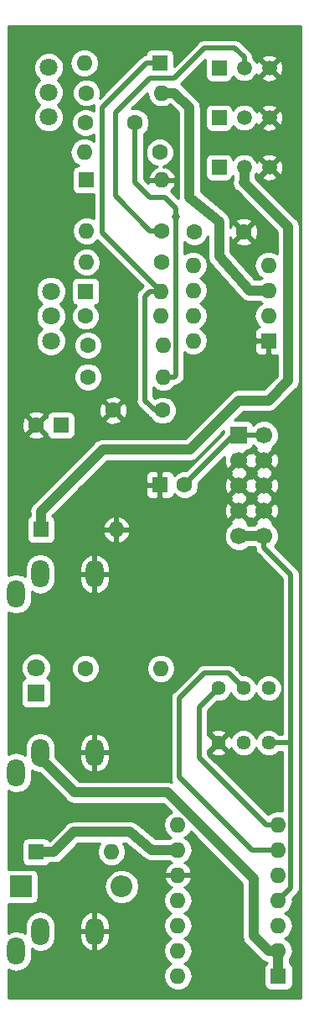
<source format=gbr>
G04 #@! TF.GenerationSoftware,KiCad,Pcbnew,5.0.1*
G04 #@! TF.CreationDate,2019-05-06T23:45:27+02:00*
G04 #@! TF.ProjectId,adadad,6164616461642E6B696361645F706362,rev?*
G04 #@! TF.SameCoordinates,Original*
G04 #@! TF.FileFunction,Copper,L2,Bot,Signal*
G04 #@! TF.FilePolarity,Positive*
%FSLAX46Y46*%
G04 Gerber Fmt 4.6, Leading zero omitted, Abs format (unit mm)*
G04 Created by KiCad (PCBNEW 5.0.1) date Mo 06 Mai 2019 23:45:27 CEST*
%MOMM*%
%LPD*%
G01*
G04 APERTURE LIST*
G04 #@! TA.AperFunction,ComponentPad*
%ADD10C,1.440000*%
G04 #@! TD*
G04 #@! TA.AperFunction,ComponentPad*
%ADD11R,1.600000X1.600000*%
G04 #@! TD*
G04 #@! TA.AperFunction,ComponentPad*
%ADD12O,1.600000X1.600000*%
G04 #@! TD*
G04 #@! TA.AperFunction,ComponentPad*
%ADD13C,1.700000*%
G04 #@! TD*
G04 #@! TA.AperFunction,ComponentPad*
%ADD14R,1.700000X1.700000*%
G04 #@! TD*
G04 #@! TA.AperFunction,ComponentPad*
%ADD15R,2.200000X2.200000*%
G04 #@! TD*
G04 #@! TA.AperFunction,ComponentPad*
%ADD16O,2.200000X2.200000*%
G04 #@! TD*
G04 #@! TA.AperFunction,ComponentPad*
%ADD17R,1.800000X1.800000*%
G04 #@! TD*
G04 #@! TA.AperFunction,ComponentPad*
%ADD18C,1.800000*%
G04 #@! TD*
G04 #@! TA.AperFunction,ComponentPad*
%ADD19C,1.600000*%
G04 #@! TD*
G04 #@! TA.AperFunction,ComponentPad*
%ADD20C,1.500000*%
G04 #@! TD*
G04 #@! TA.AperFunction,ComponentPad*
%ADD21R,1.500000X1.500000*%
G04 #@! TD*
G04 #@! TA.AperFunction,ComponentPad*
%ADD22O,1.800000X2.800000*%
G04 #@! TD*
G04 #@! TA.AperFunction,ViaPad*
%ADD23C,0.800000*%
G04 #@! TD*
G04 #@! TA.AperFunction,Conductor*
%ADD24C,1.000000*%
G04 #@! TD*
G04 #@! TA.AperFunction,Conductor*
%ADD25C,0.500000*%
G04 #@! TD*
G04 #@! TA.AperFunction,Conductor*
%ADD26C,0.254000*%
G04 #@! TD*
G04 APERTURE END LIST*
D10*
G04 #@! TO.P,RV2,3*
G04 #@! TO.N,Net-(D6-Pad2)*
X124920000Y-114000000D03*
G04 #@! TO.P,RV2,2*
G04 #@! TO.N,Net-(RV2-Pad2)*
X127460000Y-114000000D03*
G04 #@! TO.P,RV2,1*
G04 #@! TO.N,Net-(C3-Pad2)*
X130000000Y-114000000D03*
G04 #@! TD*
G04 #@! TO.P,RV1,1*
G04 #@! TO.N,+12V*
X130000000Y-119500000D03*
G04 #@! TO.P,RV1,2*
G04 #@! TO.N,Net-(RV1-Pad2)*
X127460000Y-119500000D03*
G04 #@! TO.P,RV1,3*
G04 #@! TO.N,GND*
X124920000Y-119500000D03*
G04 #@! TD*
D11*
G04 #@! TO.P,D7,1*
G04 #@! TO.N,Net-(D4-Pad2)*
X106500000Y-130500000D03*
D12*
G04 #@! TO.P,D7,2*
G04 #@! TO.N,Net-(D4-Pad1)*
X114120000Y-130500000D03*
G04 #@! TD*
D11*
G04 #@! TO.P,U2,1*
G04 #@! TO.N,Net-(OUT_J4-PadT)*
X131000000Y-143000000D03*
D12*
G04 #@! TO.P,U2,8*
G04 #@! TO.N,Net-(D4-Pad1)*
X120840000Y-127760000D03*
G04 #@! TO.P,U2,2*
G04 #@! TO.N,Net-(OUT_J4-PadT)*
X131000000Y-140460000D03*
G04 #@! TO.P,U2,9*
G04 #@! TO.N,Net-(D4-Pad2)*
X120840000Y-130300000D03*
G04 #@! TO.P,U2,3*
G04 #@! TO.N,Net-(C3-Pad2)*
X131000000Y-137920000D03*
G04 #@! TO.P,U2,10*
G04 #@! TO.N,GND*
X120840000Y-132840000D03*
G04 #@! TO.P,U2,4*
G04 #@! TO.N,+12V*
X131000000Y-135380000D03*
G04 #@! TO.P,U2,11*
G04 #@! TO.N,-12V*
X120840000Y-135380000D03*
G04 #@! TO.P,U2,5*
G04 #@! TO.N,Net-(RV1-Pad2)*
X131000000Y-132840000D03*
G04 #@! TO.P,U2,12*
G04 #@! TO.N,N/C*
X120840000Y-137920000D03*
G04 #@! TO.P,U2,6*
G04 #@! TO.N,Net-(RV2-Pad2)*
X131000000Y-130300000D03*
G04 #@! TO.P,U2,13*
G04 #@! TO.N,N/C*
X120840000Y-140460000D03*
G04 #@! TO.P,U2,7*
G04 #@! TO.N,Net-(D6-Pad2)*
X131000000Y-127760000D03*
G04 #@! TO.P,U2,14*
G04 #@! TO.N,N/C*
X120840000Y-143000000D03*
G04 #@! TD*
D13*
G04 #@! TO.P,J1,10*
G04 #@! TO.N,+12V*
X129540000Y-98660000D03*
G04 #@! TO.P,J1,9*
X127000000Y-98660000D03*
G04 #@! TO.P,J1,8*
G04 #@! TO.N,GND*
X129540000Y-96120000D03*
G04 #@! TO.P,J1,7*
X127000000Y-96120000D03*
G04 #@! TO.P,J1,6*
X129540000Y-93580000D03*
G04 #@! TO.P,J1,5*
X127000000Y-93580000D03*
G04 #@! TO.P,J1,4*
X129540000Y-91040000D03*
G04 #@! TO.P,J1,3*
X127000000Y-91040000D03*
G04 #@! TO.P,J1,2*
G04 #@! TO.N,-12V*
X129540000Y-88500000D03*
D14*
G04 #@! TO.P,J1,1*
X127000000Y-88500000D03*
G04 #@! TD*
D15*
G04 #@! TO.P,D6,1*
G04 #@! TO.N,Net-(D6-Pad1)*
X105000000Y-134000000D03*
D16*
G04 #@! TO.P,D6,2*
G04 #@! TO.N,Net-(D6-Pad2)*
X115160000Y-134000000D03*
G04 #@! TD*
D17*
G04 #@! TO.P,D4,1*
G04 #@! TO.N,Net-(D4-Pad1)*
X106500000Y-114500000D03*
D18*
G04 #@! TO.P,D4,2*
G04 #@! TO.N,Net-(D4-Pad2)*
X106500000Y-111960000D03*
G04 #@! TD*
D19*
G04 #@! TO.P,R10,1*
G04 #@! TO.N,Net-(D4-Pad2)*
X111500000Y-112000000D03*
D12*
G04 #@! TO.P,R10,2*
G04 #@! TO.N,Net-(C3-Pad2)*
X119120000Y-112000000D03*
G04 #@! TD*
D19*
G04 #@! TO.P,C4,2*
G04 #@! TO.N,-12V*
X121500000Y-93500000D03*
D11*
G04 #@! TO.P,C4,1*
G04 #@! TO.N,GND*
X119000000Y-93500000D03*
G04 #@! TD*
G04 #@! TO.P,C5,1*
G04 #@! TO.N,+12V*
X109000000Y-87500000D03*
D19*
G04 #@! TO.P,C5,2*
G04 #@! TO.N,GND*
X106500000Y-87500000D03*
G04 #@! TD*
D20*
G04 #@! TO.P,Q1,2*
G04 #@! TO.N,Net-(D1-Pad1)*
X127540000Y-61500000D03*
G04 #@! TO.P,Q1,3*
G04 #@! TO.N,GND*
X130080000Y-61500000D03*
D21*
G04 #@! TO.P,Q1,1*
G04 #@! TO.N,Net-(Q1-Pad1)*
X125000000Y-61500000D03*
G04 #@! TD*
G04 #@! TO.P,Q2,1*
G04 #@! TO.N,Net-(C1-Pad2)*
X125000000Y-51500000D03*
D20*
G04 #@! TO.P,Q2,3*
G04 #@! TO.N,GND*
X130080000Y-51500000D03*
G04 #@! TO.P,Q2,2*
G04 #@! TO.N,Net-(Q2-Pad2)*
X127540000Y-51500000D03*
G04 #@! TD*
G04 #@! TO.P,Q3,2*
G04 #@! TO.N,Net-(Q3-Pad2)*
X127540000Y-56500000D03*
G04 #@! TO.P,Q3,3*
G04 #@! TO.N,GND*
X130080000Y-56500000D03*
D21*
G04 #@! TO.P,Q3,1*
G04 #@! TO.N,Net-(Q3-Pad1)*
X125000000Y-56500000D03*
G04 #@! TD*
D22*
G04 #@! TO.P,EoC_J1,S*
G04 #@! TO.N,Net-(EoC_J1-PadS)*
X104500000Y-140500000D03*
G04 #@! TO.P,EoC_J1,T*
G04 #@! TO.N,Net-(D6-Pad1)*
X106900000Y-138500000D03*
G04 #@! TO.P,EoC_J1,R*
G04 #@! TO.N,GND*
X112400000Y-138500000D03*
G04 #@! TD*
G04 #@! TO.P,GATE_J2,S*
G04 #@! TO.N,Net-(GATE_J2-PadS)*
X104500000Y-104500000D03*
G04 #@! TO.P,GATE_J2,T*
G04 #@! TO.N,Net-(D1-Pad1)*
X106900000Y-102500000D03*
G04 #@! TO.P,GATE_J2,R*
G04 #@! TO.N,GND*
X112400000Y-102500000D03*
G04 #@! TD*
G04 #@! TO.P,OUT_J4,S*
G04 #@! TO.N,Net-(OUT_J4-PadS)*
X104500000Y-122500000D03*
G04 #@! TO.P,OUT_J4,T*
G04 #@! TO.N,Net-(OUT_J4-PadT)*
X106900000Y-120500000D03*
G04 #@! TO.P,OUT_J4,R*
G04 #@! TO.N,GND*
X112400000Y-120500000D03*
G04 #@! TD*
D18*
G04 #@! TO.P,Attack1,3*
G04 #@! TO.N,Net-(Attack1-Pad2)*
X107775000Y-56435000D03*
G04 #@! TO.P,Attack1,2*
X107775000Y-53935000D03*
G04 #@! TO.P,Attack1,1*
G04 #@! TO.N,Net-(Attack1-Pad1)*
X107775000Y-51435000D03*
G04 #@! TD*
G04 #@! TO.P,Decay1,3*
G04 #@! TO.N,Net-(Decay1-Pad2)*
X108000000Y-79000000D03*
G04 #@! TO.P,Decay1,2*
X108000000Y-76500000D03*
G04 #@! TO.P,Decay1,1*
G04 #@! TO.N,Net-(D5-Pad1)*
X108000000Y-74000000D03*
G04 #@! TD*
D19*
G04 #@! TO.P,C1,2*
G04 #@! TO.N,Net-(C1-Pad2)*
X116500000Y-57000000D03*
G04 #@! TO.P,C1,1*
G04 #@! TO.N,Net-(C1-Pad1)*
X111500000Y-57000000D03*
G04 #@! TD*
G04 #@! TO.P,C2,1*
G04 #@! TO.N,Net-(C2-Pad1)*
X122500000Y-68000000D03*
G04 #@! TO.P,C2,2*
G04 #@! TO.N,GND*
X127500000Y-68000000D03*
G04 #@! TD*
G04 #@! TO.P,C3,2*
G04 #@! TO.N,Net-(C3-Pad2)*
X119285000Y-86000000D03*
G04 #@! TO.P,C3,1*
G04 #@! TO.N,GND*
X114285000Y-86000000D03*
G04 #@! TD*
D12*
G04 #@! TO.P,D1,2*
G04 #@! TO.N,GND*
X114620000Y-98000000D03*
D11*
G04 #@! TO.P,D1,1*
G04 #@! TO.N,Net-(D1-Pad1)*
X107000000Y-98000000D03*
G04 #@! TD*
G04 #@! TO.P,D2,1*
G04 #@! TO.N,Net-(C1-Pad1)*
X111585000Y-62785000D03*
D12*
G04 #@! TO.P,D2,2*
G04 #@! TO.N,GND*
X119205000Y-62785000D03*
G04 #@! TD*
G04 #@! TO.P,D3,2*
G04 #@! TO.N,Net-(Attack1-Pad1)*
X111380000Y-51000000D03*
D11*
G04 #@! TO.P,D3,1*
G04 #@! TO.N,Net-(C3-Pad2)*
X119000000Y-51000000D03*
G04 #@! TD*
D12*
G04 #@! TO.P,D5,2*
G04 #@! TO.N,Net-(C3-Pad2)*
X119120000Y-74000000D03*
D11*
G04 #@! TO.P,D5,1*
G04 #@! TO.N,Net-(D5-Pad1)*
X111500000Y-74000000D03*
G04 #@! TD*
D19*
G04 #@! TO.P,R2,1*
G04 #@! TO.N,+12V*
X119205000Y-71080000D03*
D12*
G04 #@! TO.P,R2,2*
G04 #@! TO.N,Net-(Q1-Pad1)*
X111585000Y-71080000D03*
G04 #@! TD*
G04 #@! TO.P,R5,2*
G04 #@! TO.N,Net-(C1-Pad1)*
X111380000Y-60000000D03*
D19*
G04 #@! TO.P,R5,1*
G04 #@! TO.N,Net-(Q3-Pad2)*
X119000000Y-60000000D03*
G04 #@! TD*
G04 #@! TO.P,R6,1*
G04 #@! TO.N,+12V*
X111745000Y-79445000D03*
D12*
G04 #@! TO.P,R6,2*
G04 #@! TO.N,Net-(Q3-Pad1)*
X119365000Y-79445000D03*
G04 #@! TD*
D19*
G04 #@! TO.P,R8,1*
G04 #@! TO.N,Net-(Attack1-Pad2)*
X111585000Y-54000000D03*
D12*
G04 #@! TO.P,R8,2*
G04 #@! TO.N,Net-(R8-Pad2)*
X119205000Y-54000000D03*
G04 #@! TD*
D19*
G04 #@! TO.P,R9,1*
G04 #@! TO.N,Net-(Decay1-Pad2)*
X111500000Y-76500000D03*
D12*
G04 #@! TO.P,R9,2*
G04 #@! TO.N,Net-(R9-Pad2)*
X119120000Y-76500000D03*
G04 #@! TD*
D19*
G04 #@! TO.P,R4,1*
G04 #@! TO.N,+12V*
X111745000Y-82620000D03*
D12*
G04 #@! TO.P,R4,2*
G04 #@! TO.N,Net-(C1-Pad2)*
X119365000Y-82620000D03*
G04 #@! TD*
G04 #@! TO.P,R3,2*
G04 #@! TO.N,Net-(Q1-Pad1)*
X111585000Y-67905000D03*
D19*
G04 #@! TO.P,R3,1*
G04 #@! TO.N,Net-(Q2-Pad2)*
X119205000Y-67905000D03*
G04 #@! TD*
D12*
G04 #@! TO.P,U1,8*
G04 #@! TO.N,+12V*
X122380000Y-79000000D03*
G04 #@! TO.P,U1,4*
G04 #@! TO.N,Net-(C1-Pad2)*
X130000000Y-71380000D03*
G04 #@! TO.P,U1,7*
G04 #@! TO.N,Net-(R9-Pad2)*
X122380000Y-76460000D03*
G04 #@! TO.P,U1,3*
G04 #@! TO.N,Net-(R8-Pad2)*
X130000000Y-73920000D03*
G04 #@! TO.P,U1,6*
G04 #@! TO.N,Net-(C3-Pad2)*
X122380000Y-73920000D03*
G04 #@! TO.P,U1,2*
G04 #@! TO.N,Net-(Q3-Pad1)*
X130000000Y-76460000D03*
G04 #@! TO.P,U1,5*
G04 #@! TO.N,Net-(C2-Pad1)*
X122380000Y-71380000D03*
D11*
G04 #@! TO.P,U1,1*
G04 #@! TO.N,GND*
X130000000Y-79000000D03*
G04 #@! TD*
D23*
G04 #@! TO.N,Net-(C1-Pad2)*
X120615001Y-66500000D03*
G04 #@! TD*
D24*
G04 #@! TO.N,+12V*
X128500000Y-98660000D02*
X127000000Y-98660000D01*
X129540000Y-98660000D02*
X128500000Y-98660000D01*
D25*
X131000000Y-135380000D02*
X132250001Y-134129999D01*
X129540000Y-99862081D02*
X132250001Y-102572082D01*
X132250001Y-102572082D02*
X132250001Y-103000000D01*
X129540000Y-98660000D02*
X129540000Y-99862081D01*
X130000000Y-119500000D02*
X132000000Y-119500000D01*
X132250001Y-119500000D02*
X132250001Y-103000000D01*
X132250001Y-119500000D02*
X130000000Y-119500000D01*
X132250001Y-134129999D02*
X132250001Y-119500000D01*
G04 #@! TO.N,Net-(Q2-Pad2)*
X123500000Y-49500000D02*
X126600660Y-49500000D01*
X118000000Y-67905000D02*
X114500000Y-64405000D01*
X127540000Y-50439340D02*
X127540000Y-51500000D01*
X119205000Y-67905000D02*
X118000000Y-67905000D01*
X114500000Y-64405000D02*
X114500000Y-56000000D01*
X114500000Y-56000000D02*
X118000000Y-52500000D01*
X118000000Y-52500000D02*
X120500000Y-52500000D01*
X126600660Y-49500000D02*
X127540000Y-50439340D01*
X120500000Y-52500000D02*
X123500000Y-49500000D01*
G04 #@! TO.N,Net-(C1-Pad2)*
X116500000Y-63000000D02*
X116500000Y-57000000D01*
X119500000Y-64500000D02*
X118000000Y-64500000D01*
X120500000Y-65500000D02*
X120500000Y-65500000D01*
X118000000Y-64500000D02*
X116500000Y-63000000D01*
X120615001Y-65615001D02*
X120500000Y-65500000D01*
X120615001Y-82501369D02*
X120615001Y-66500000D01*
X120496370Y-82620000D02*
X120615001Y-82501369D01*
X119365000Y-82620000D02*
X120496370Y-82620000D01*
X120500000Y-65500000D02*
X119500000Y-64500000D01*
X120615001Y-66500000D02*
X120615001Y-65615001D01*
D24*
G04 #@! TO.N,Net-(R8-Pad2)*
X120500000Y-54000000D02*
X122000000Y-55500000D01*
X128080000Y-73920000D02*
X130000000Y-73920000D01*
X119205000Y-54000000D02*
X120500000Y-54000000D01*
X122000000Y-55500000D02*
X122000000Y-64500000D01*
X122000000Y-64500000D02*
X125000000Y-67000000D01*
X125000000Y-67000000D02*
X125000000Y-70500000D01*
X125000000Y-70500000D02*
X128080000Y-73920000D01*
G04 #@! TO.N,Net-(D1-Pad1)*
X127540000Y-62960000D02*
X127540000Y-61500000D01*
X127500000Y-63000000D02*
X127540000Y-62960000D01*
X132000000Y-67500000D02*
X127500000Y-63000000D01*
X132000000Y-83000000D02*
X132000000Y-67500000D01*
X107000000Y-96200000D02*
X113250001Y-89949999D01*
X107000000Y-98000000D02*
X107000000Y-96200000D01*
X127000000Y-85000000D02*
X130000000Y-85000000D01*
X130000000Y-85000000D02*
X132000000Y-83000000D01*
X113250001Y-89949999D02*
X122050001Y-89949999D01*
X122050001Y-89949999D02*
X127000000Y-85000000D01*
D25*
G04 #@! TO.N,-12V*
X129540000Y-88500000D02*
X127000000Y-88500000D01*
X126500000Y-88500000D02*
X127000000Y-88500000D01*
X121500000Y-93500000D02*
X126500000Y-88500000D01*
D24*
G04 #@! TO.N,Net-(OUT_J4-PadT)*
X106900000Y-120500000D02*
X106900000Y-121400000D01*
X131000000Y-143000000D02*
X131000000Y-140460000D01*
X130040000Y-140460000D02*
X131000000Y-140460000D01*
X130000000Y-140500000D02*
X130040000Y-140460000D01*
X106900000Y-121000000D02*
X110400000Y-124500000D01*
X106900000Y-120500000D02*
X106900000Y-121000000D01*
X119800002Y-124500000D02*
X128500000Y-133199998D01*
X128500000Y-133199998D02*
X128500000Y-139000000D01*
X110400000Y-124500000D02*
X119800002Y-124500000D01*
X128500000Y-139000000D02*
X130000000Y-140500000D01*
G04 #@! TO.N,Net-(D4-Pad2)*
X118200000Y-130300000D02*
X120840000Y-130300000D01*
X116000000Y-128500000D02*
X118200000Y-130300000D01*
X110300000Y-128500000D02*
X116000000Y-128500000D01*
X106500000Y-130500000D02*
X108300000Y-130500000D01*
X108300000Y-130500000D02*
X110300000Y-128500000D01*
D25*
G04 #@! TO.N,Net-(D6-Pad2)*
X131000000Y-127760000D02*
X129760000Y-127760000D01*
X129760000Y-127760000D02*
X123000000Y-121000000D01*
X123000000Y-115920000D02*
X124920000Y-114000000D01*
X123000000Y-121000000D02*
X123000000Y-115920000D01*
G04 #@! TO.N,Net-(RV2-Pad2)*
X128300000Y-130300000D02*
X131000000Y-130300000D01*
X126289999Y-112829999D02*
X126289999Y-112789999D01*
X121000000Y-123000000D02*
X128300000Y-130300000D01*
X126000000Y-112500000D02*
X123500000Y-112500000D01*
X127460000Y-114000000D02*
X126289999Y-112829999D01*
X126289999Y-112789999D02*
X126000000Y-112500000D01*
X123500000Y-112500000D02*
X121000000Y-115000000D01*
X121000000Y-115000000D02*
X121000000Y-123000000D01*
G04 #@! TO.N,Net-(C3-Pad2)*
X119120000Y-74000000D02*
X118000000Y-74000000D01*
X118000000Y-74000000D02*
X117500000Y-74500000D01*
X117500000Y-74500000D02*
X117500000Y-85000000D01*
X117500000Y-85000000D02*
X118500000Y-86000000D01*
X118500000Y-86000000D02*
X119285000Y-86000000D01*
X119120000Y-74000000D02*
X115000000Y-69880000D01*
X117700000Y-51000000D02*
X113200000Y-55500000D01*
X119000000Y-51000000D02*
X117700000Y-51000000D01*
X113200000Y-68080000D02*
X119120000Y-74000000D01*
X113200000Y-55500000D02*
X113200000Y-68080000D01*
G04 #@! TD*
D26*
G04 #@! TO.N,GND*
G36*
X133265000Y-145265000D02*
X103735000Y-145265000D01*
X103735000Y-142334971D01*
X103901074Y-142445938D01*
X104500000Y-142565072D01*
X105098927Y-142445938D01*
X105606673Y-142106673D01*
X105945938Y-141598927D01*
X106035000Y-141151182D01*
X106035000Y-140268153D01*
X106301074Y-140445938D01*
X106900000Y-140565072D01*
X107498927Y-140445938D01*
X108006673Y-140106673D01*
X108345938Y-139598927D01*
X108435000Y-139151182D01*
X108435000Y-138627000D01*
X110865000Y-138627000D01*
X110865000Y-139127000D01*
X111030446Y-139704752D01*
X111404394Y-140175212D01*
X111929914Y-140466756D01*
X112035260Y-140491036D01*
X112273000Y-140370378D01*
X112273000Y-138627000D01*
X112527000Y-138627000D01*
X112527000Y-140370378D01*
X112764740Y-140491036D01*
X112870086Y-140466756D01*
X113395606Y-140175212D01*
X113769554Y-139704752D01*
X113935000Y-139127000D01*
X113935000Y-138627000D01*
X112527000Y-138627000D01*
X112273000Y-138627000D01*
X110865000Y-138627000D01*
X108435000Y-138627000D01*
X108435000Y-137873000D01*
X110865000Y-137873000D01*
X110865000Y-138373000D01*
X112273000Y-138373000D01*
X112273000Y-136629622D01*
X112527000Y-136629622D01*
X112527000Y-138373000D01*
X113935000Y-138373000D01*
X113935000Y-137873000D01*
X113769554Y-137295248D01*
X113395606Y-136824788D01*
X112870086Y-136533244D01*
X112764740Y-136508964D01*
X112527000Y-136629622D01*
X112273000Y-136629622D01*
X112035260Y-136508964D01*
X111929914Y-136533244D01*
X111404394Y-136824788D01*
X111030446Y-137295248D01*
X110865000Y-137873000D01*
X108435000Y-137873000D01*
X108435000Y-137848818D01*
X108345938Y-137401073D01*
X108006673Y-136893327D01*
X107498926Y-136554062D01*
X106900000Y-136434928D01*
X106301073Y-136554062D01*
X105793327Y-136893327D01*
X105454062Y-137401074D01*
X105365000Y-137848819D01*
X105365000Y-138731847D01*
X105098926Y-138554062D01*
X104500000Y-138434928D01*
X103901073Y-138554062D01*
X103735000Y-138665028D01*
X103735000Y-135714620D01*
X103900000Y-135747440D01*
X106100000Y-135747440D01*
X106347765Y-135698157D01*
X106557809Y-135557809D01*
X106698157Y-135347765D01*
X106747440Y-135100000D01*
X106747440Y-134000000D01*
X113391010Y-134000000D01*
X113525666Y-134676963D01*
X113909135Y-135250865D01*
X114483037Y-135634334D01*
X114989120Y-135735000D01*
X115330880Y-135735000D01*
X115836963Y-135634334D01*
X116217600Y-135380000D01*
X119376887Y-135380000D01*
X119488260Y-135939909D01*
X119805423Y-136414577D01*
X120157758Y-136650000D01*
X119805423Y-136885423D01*
X119488260Y-137360091D01*
X119376887Y-137920000D01*
X119488260Y-138479909D01*
X119805423Y-138954577D01*
X120157758Y-139190000D01*
X119805423Y-139425423D01*
X119488260Y-139900091D01*
X119376887Y-140460000D01*
X119488260Y-141019909D01*
X119805423Y-141494577D01*
X120157758Y-141730000D01*
X119805423Y-141965423D01*
X119488260Y-142440091D01*
X119376887Y-143000000D01*
X119488260Y-143559909D01*
X119805423Y-144034577D01*
X120280091Y-144351740D01*
X120698667Y-144435000D01*
X120981333Y-144435000D01*
X121399909Y-144351740D01*
X121874577Y-144034577D01*
X122191740Y-143559909D01*
X122303113Y-143000000D01*
X122191740Y-142440091D01*
X121874577Y-141965423D01*
X121522242Y-141730000D01*
X121874577Y-141494577D01*
X122191740Y-141019909D01*
X122303113Y-140460000D01*
X122191740Y-139900091D01*
X121874577Y-139425423D01*
X121522242Y-139190000D01*
X121874577Y-138954577D01*
X122191740Y-138479909D01*
X122303113Y-137920000D01*
X122191740Y-137360091D01*
X121874577Y-136885423D01*
X121522242Y-136650000D01*
X121874577Y-136414577D01*
X122191740Y-135939909D01*
X122303113Y-135380000D01*
X122191740Y-134820091D01*
X121874577Y-134345423D01*
X121490892Y-134089053D01*
X121695134Y-133992389D01*
X122071041Y-133577423D01*
X122231904Y-133189039D01*
X122109915Y-132967000D01*
X120967000Y-132967000D01*
X120967000Y-132987000D01*
X120713000Y-132987000D01*
X120713000Y-132967000D01*
X119570085Y-132967000D01*
X119448096Y-133189039D01*
X119608959Y-133577423D01*
X119984866Y-133992389D01*
X120189108Y-134089053D01*
X119805423Y-134345423D01*
X119488260Y-134820091D01*
X119376887Y-135380000D01*
X116217600Y-135380000D01*
X116410865Y-135250865D01*
X116794334Y-134676963D01*
X116928990Y-134000000D01*
X116794334Y-133323037D01*
X116410865Y-132749135D01*
X115836963Y-132365666D01*
X115330880Y-132265000D01*
X114989120Y-132265000D01*
X114483037Y-132365666D01*
X113909135Y-132749135D01*
X113525666Y-133323037D01*
X113391010Y-134000000D01*
X106747440Y-134000000D01*
X106747440Y-132900000D01*
X106698157Y-132652235D01*
X106557809Y-132442191D01*
X106347765Y-132301843D01*
X106100000Y-132252560D01*
X103900000Y-132252560D01*
X103735000Y-132285380D01*
X103735000Y-124334971D01*
X103901074Y-124445938D01*
X104500000Y-124565072D01*
X105098927Y-124445938D01*
X105606673Y-124106673D01*
X105945938Y-123598927D01*
X106035000Y-123151182D01*
X106035000Y-122268153D01*
X106301074Y-122445938D01*
X106849994Y-122555125D01*
X109518390Y-125223523D01*
X109581711Y-125318289D01*
X109957145Y-125569146D01*
X110288217Y-125635000D01*
X110399999Y-125657235D01*
X110511781Y-125635000D01*
X119329871Y-125635000D01*
X120174011Y-126479140D01*
X119805423Y-126725423D01*
X119488260Y-127200091D01*
X119376887Y-127760000D01*
X119488260Y-128319909D01*
X119805423Y-128794577D01*
X120157758Y-129030000D01*
X119955717Y-129165000D01*
X118605154Y-129165000D01*
X116849700Y-127728721D01*
X116818289Y-127681711D01*
X116676224Y-127586786D01*
X116632209Y-127550774D01*
X116583514Y-127524840D01*
X116442855Y-127430854D01*
X116385700Y-127419485D01*
X116334272Y-127392095D01*
X116165910Y-127375766D01*
X116111783Y-127365000D01*
X116054898Y-127365000D01*
X115884851Y-127348508D01*
X115830775Y-127365000D01*
X110411782Y-127365000D01*
X110299999Y-127342765D01*
X109938407Y-127414690D01*
X109857145Y-127430854D01*
X109481711Y-127681711D01*
X109418389Y-127776479D01*
X107835863Y-129359006D01*
X107757809Y-129242191D01*
X107547765Y-129101843D01*
X107300000Y-129052560D01*
X105700000Y-129052560D01*
X105452235Y-129101843D01*
X105242191Y-129242191D01*
X105101843Y-129452235D01*
X105052560Y-129700000D01*
X105052560Y-131300000D01*
X105101843Y-131547765D01*
X105242191Y-131757809D01*
X105452235Y-131898157D01*
X105700000Y-131947440D01*
X107300000Y-131947440D01*
X107547765Y-131898157D01*
X107757809Y-131757809D01*
X107839868Y-131635000D01*
X108188217Y-131635000D01*
X108300000Y-131657235D01*
X108411783Y-131635000D01*
X108742855Y-131569146D01*
X109118289Y-131318289D01*
X109181613Y-131223518D01*
X110770132Y-129635000D01*
X112972115Y-129635000D01*
X112768260Y-129940091D01*
X112656887Y-130500000D01*
X112768260Y-131059909D01*
X113085423Y-131534577D01*
X113560091Y-131851740D01*
X113978667Y-131935000D01*
X114261333Y-131935000D01*
X114679909Y-131851740D01*
X115154577Y-131534577D01*
X115471740Y-131059909D01*
X115583113Y-130500000D01*
X115471740Y-129940091D01*
X115267885Y-129635000D01*
X115594847Y-129635000D01*
X117350301Y-131071280D01*
X117381711Y-131118289D01*
X117523771Y-131213211D01*
X117567790Y-131249226D01*
X117616489Y-131275163D01*
X117757145Y-131369146D01*
X117814298Y-131380514D01*
X117865727Y-131407905D01*
X118034091Y-131424234D01*
X118088217Y-131435000D01*
X118145101Y-131435000D01*
X118315149Y-131451492D01*
X118369225Y-131435000D01*
X119955717Y-131435000D01*
X120189108Y-131590947D01*
X119984866Y-131687611D01*
X119608959Y-132102577D01*
X119448096Y-132490961D01*
X119570085Y-132713000D01*
X120713000Y-132713000D01*
X120713000Y-132693000D01*
X120967000Y-132693000D01*
X120967000Y-132713000D01*
X122109915Y-132713000D01*
X122231904Y-132490961D01*
X122071041Y-132102577D01*
X121695134Y-131687611D01*
X121490892Y-131590947D01*
X121874577Y-131334577D01*
X122191740Y-130859909D01*
X122303113Y-130300000D01*
X122191740Y-129740091D01*
X121874577Y-129265423D01*
X121522242Y-129030000D01*
X121874577Y-128794577D01*
X122120860Y-128425989D01*
X127365000Y-133670130D01*
X127365001Y-138888212D01*
X127342765Y-139000000D01*
X127430854Y-139442854D01*
X127430855Y-139442855D01*
X127681712Y-139818289D01*
X127776480Y-139881611D01*
X129118393Y-141223525D01*
X129181712Y-141318288D01*
X129276475Y-141381607D01*
X129276476Y-141381608D01*
X129439792Y-141490732D01*
X129557146Y-141569146D01*
X129865001Y-141630382D01*
X129865001Y-141660132D01*
X129742191Y-141742191D01*
X129601843Y-141952235D01*
X129552560Y-142200000D01*
X129552560Y-143800000D01*
X129601843Y-144047765D01*
X129742191Y-144257809D01*
X129952235Y-144398157D01*
X130200000Y-144447440D01*
X131800000Y-144447440D01*
X132047765Y-144398157D01*
X132257809Y-144257809D01*
X132398157Y-144047765D01*
X132447440Y-143800000D01*
X132447440Y-142200000D01*
X132398157Y-141952235D01*
X132257809Y-141742191D01*
X132135000Y-141660132D01*
X132135000Y-141344283D01*
X132351740Y-141019909D01*
X132463113Y-140460000D01*
X132351740Y-139900091D01*
X132034577Y-139425423D01*
X131682242Y-139190000D01*
X132034577Y-138954577D01*
X132351740Y-138479909D01*
X132463113Y-137920000D01*
X132351740Y-137360091D01*
X132034577Y-136885423D01*
X131682242Y-136650000D01*
X132034577Y-136414577D01*
X132351740Y-135939909D01*
X132463113Y-135380000D01*
X132428017Y-135203561D01*
X132814157Y-134817422D01*
X132888050Y-134768048D01*
X132948912Y-134676963D01*
X133083652Y-134475310D01*
X133083653Y-134475309D01*
X133135001Y-134217164D01*
X133135001Y-134217160D01*
X133152338Y-134130000D01*
X133135001Y-134042840D01*
X133135001Y-119587164D01*
X133152339Y-119500000D01*
X133135001Y-119412835D01*
X133135001Y-102659241D01*
X133152338Y-102572081D01*
X133135001Y-102484921D01*
X133135001Y-102484917D01*
X133083653Y-102226772D01*
X132888050Y-101934033D01*
X132814157Y-101884659D01*
X130614802Y-99685305D01*
X130798922Y-99501185D01*
X131025000Y-98955385D01*
X131025000Y-98364615D01*
X130798922Y-97818815D01*
X130381185Y-97401078D01*
X130334753Y-97381845D01*
X130404353Y-97163958D01*
X129540000Y-96299605D01*
X128675647Y-97163958D01*
X128745247Y-97381845D01*
X128698815Y-97401078D01*
X128574893Y-97525000D01*
X127965107Y-97525000D01*
X127841185Y-97401078D01*
X127794753Y-97381845D01*
X127864353Y-97163958D01*
X127000000Y-96299605D01*
X126135647Y-97163958D01*
X126205247Y-97381845D01*
X126158815Y-97401078D01*
X125741078Y-97818815D01*
X125515000Y-98364615D01*
X125515000Y-98955385D01*
X125741078Y-99501185D01*
X126158815Y-99918922D01*
X126704615Y-100145000D01*
X127295385Y-100145000D01*
X127841185Y-99918922D01*
X127965107Y-99795000D01*
X128574893Y-99795000D01*
X128638378Y-99858485D01*
X128637663Y-99862081D01*
X128706348Y-100207390D01*
X128852576Y-100426235D01*
X128852578Y-100426237D01*
X128901952Y-100500130D01*
X128975845Y-100549504D01*
X131365001Y-102938661D01*
X131365001Y-103087165D01*
X131365002Y-103087170D01*
X131365001Y-118615000D01*
X131031260Y-118615000D01*
X130767546Y-118351286D01*
X130269526Y-118145000D01*
X129730474Y-118145000D01*
X129232454Y-118351286D01*
X128851286Y-118732454D01*
X128730000Y-119025265D01*
X128608714Y-118732454D01*
X128227546Y-118351286D01*
X127729526Y-118145000D01*
X127190474Y-118145000D01*
X126692454Y-118351286D01*
X126311286Y-118732454D01*
X126196675Y-119009151D01*
X126107611Y-118794131D01*
X125869774Y-118729831D01*
X125099605Y-119500000D01*
X125869774Y-120270169D01*
X126107611Y-120205869D01*
X126189649Y-119973886D01*
X126311286Y-120267546D01*
X126692454Y-120648714D01*
X127190474Y-120855000D01*
X127729526Y-120855000D01*
X128227546Y-120648714D01*
X128608714Y-120267546D01*
X128730000Y-119974735D01*
X128851286Y-120267546D01*
X129232454Y-120648714D01*
X129730474Y-120855000D01*
X130269526Y-120855000D01*
X130767546Y-120648714D01*
X131031260Y-120385000D01*
X131365002Y-120385000D01*
X131365002Y-126369490D01*
X131141333Y-126325000D01*
X130858667Y-126325000D01*
X130440091Y-126408260D01*
X129972364Y-126720785D01*
X123885000Y-120633422D01*
X123885000Y-120449774D01*
X124149831Y-120449774D01*
X124214131Y-120687611D01*
X124722342Y-120867333D01*
X125260644Y-120838892D01*
X125625869Y-120687611D01*
X125690169Y-120449774D01*
X124920000Y-119679605D01*
X124149831Y-120449774D01*
X123885000Y-120449774D01*
X123885000Y-120247128D01*
X123970226Y-120270169D01*
X124740395Y-119500000D01*
X123970226Y-118729831D01*
X123885000Y-118752872D01*
X123885000Y-118550226D01*
X124149831Y-118550226D01*
X124920000Y-119320395D01*
X125690169Y-118550226D01*
X125625869Y-118312389D01*
X125117658Y-118132667D01*
X124579356Y-118161108D01*
X124214131Y-118312389D01*
X124149831Y-118550226D01*
X123885000Y-118550226D01*
X123885000Y-116286578D01*
X124816579Y-115355000D01*
X125189526Y-115355000D01*
X125687546Y-115148714D01*
X126068714Y-114767546D01*
X126190000Y-114474735D01*
X126311286Y-114767546D01*
X126692454Y-115148714D01*
X127190474Y-115355000D01*
X127729526Y-115355000D01*
X128227546Y-115148714D01*
X128608714Y-114767546D01*
X128730000Y-114474735D01*
X128851286Y-114767546D01*
X129232454Y-115148714D01*
X129730474Y-115355000D01*
X130269526Y-115355000D01*
X130767546Y-115148714D01*
X131148714Y-114767546D01*
X131355000Y-114269526D01*
X131355000Y-113730474D01*
X131148714Y-113232454D01*
X130767546Y-112851286D01*
X130269526Y-112645000D01*
X129730474Y-112645000D01*
X129232454Y-112851286D01*
X128851286Y-113232454D01*
X128730000Y-113525265D01*
X128608714Y-113232454D01*
X128227546Y-112851286D01*
X127729526Y-112645000D01*
X127356578Y-112645000D01*
X127057970Y-112346392D01*
X126928048Y-112151950D01*
X126854152Y-112102574D01*
X126687425Y-111935847D01*
X126638049Y-111861951D01*
X126345310Y-111666348D01*
X126087165Y-111615000D01*
X126087161Y-111615000D01*
X126000000Y-111597663D01*
X125912839Y-111615000D01*
X123587161Y-111615000D01*
X123500000Y-111597663D01*
X123412839Y-111615000D01*
X123412835Y-111615000D01*
X123213400Y-111654670D01*
X123154690Y-111666348D01*
X122935845Y-111812576D01*
X122935844Y-111812577D01*
X122861951Y-111861951D01*
X122812577Y-111935844D01*
X120435847Y-114312575D01*
X120361951Y-114361951D01*
X120166348Y-114654691D01*
X120115000Y-114912836D01*
X120115000Y-114912839D01*
X120097663Y-115000000D01*
X120115000Y-115087161D01*
X120115001Y-122912835D01*
X120097663Y-123000000D01*
X120166348Y-123345309D01*
X120220542Y-123426415D01*
X119911785Y-123365000D01*
X119800002Y-123342765D01*
X119688219Y-123365000D01*
X110870133Y-123365000D01*
X108435000Y-120929869D01*
X108435000Y-120627000D01*
X110865000Y-120627000D01*
X110865000Y-121127000D01*
X111030446Y-121704752D01*
X111404394Y-122175212D01*
X111929914Y-122466756D01*
X112035260Y-122491036D01*
X112273000Y-122370378D01*
X112273000Y-120627000D01*
X112527000Y-120627000D01*
X112527000Y-122370378D01*
X112764740Y-122491036D01*
X112870086Y-122466756D01*
X113395606Y-122175212D01*
X113769554Y-121704752D01*
X113935000Y-121127000D01*
X113935000Y-120627000D01*
X112527000Y-120627000D01*
X112273000Y-120627000D01*
X110865000Y-120627000D01*
X108435000Y-120627000D01*
X108435000Y-119873000D01*
X110865000Y-119873000D01*
X110865000Y-120373000D01*
X112273000Y-120373000D01*
X112273000Y-118629622D01*
X112527000Y-118629622D01*
X112527000Y-120373000D01*
X113935000Y-120373000D01*
X113935000Y-119873000D01*
X113769554Y-119295248D01*
X113395606Y-118824788D01*
X112870086Y-118533244D01*
X112764740Y-118508964D01*
X112527000Y-118629622D01*
X112273000Y-118629622D01*
X112035260Y-118508964D01*
X111929914Y-118533244D01*
X111404394Y-118824788D01*
X111030446Y-119295248D01*
X110865000Y-119873000D01*
X108435000Y-119873000D01*
X108435000Y-119848818D01*
X108345938Y-119401073D01*
X108006673Y-118893327D01*
X107498926Y-118554062D01*
X106900000Y-118434928D01*
X106301073Y-118554062D01*
X105793327Y-118893327D01*
X105454062Y-119401074D01*
X105365000Y-119848819D01*
X105365000Y-120731847D01*
X105098926Y-120554062D01*
X104500000Y-120434928D01*
X103901073Y-120554062D01*
X103735000Y-120665028D01*
X103735000Y-113600000D01*
X104952560Y-113600000D01*
X104952560Y-115400000D01*
X105001843Y-115647765D01*
X105142191Y-115857809D01*
X105352235Y-115998157D01*
X105600000Y-116047440D01*
X107400000Y-116047440D01*
X107647765Y-115998157D01*
X107857809Y-115857809D01*
X107998157Y-115647765D01*
X108047440Y-115400000D01*
X108047440Y-113600000D01*
X107998157Y-113352235D01*
X107857809Y-113142191D01*
X107647765Y-113001843D01*
X107632092Y-112998725D01*
X107801310Y-112829507D01*
X108035000Y-112265330D01*
X108035000Y-111714561D01*
X110065000Y-111714561D01*
X110065000Y-112285439D01*
X110283466Y-112812862D01*
X110687138Y-113216534D01*
X111214561Y-113435000D01*
X111785439Y-113435000D01*
X112312862Y-113216534D01*
X112716534Y-112812862D01*
X112935000Y-112285439D01*
X112935000Y-112000000D01*
X117656887Y-112000000D01*
X117768260Y-112559909D01*
X118085423Y-113034577D01*
X118560091Y-113351740D01*
X118978667Y-113435000D01*
X119261333Y-113435000D01*
X119679909Y-113351740D01*
X120154577Y-113034577D01*
X120471740Y-112559909D01*
X120583113Y-112000000D01*
X120471740Y-111440091D01*
X120154577Y-110965423D01*
X119679909Y-110648260D01*
X119261333Y-110565000D01*
X118978667Y-110565000D01*
X118560091Y-110648260D01*
X118085423Y-110965423D01*
X117768260Y-111440091D01*
X117656887Y-112000000D01*
X112935000Y-112000000D01*
X112935000Y-111714561D01*
X112716534Y-111187138D01*
X112312862Y-110783466D01*
X111785439Y-110565000D01*
X111214561Y-110565000D01*
X110687138Y-110783466D01*
X110283466Y-111187138D01*
X110065000Y-111714561D01*
X108035000Y-111714561D01*
X108035000Y-111654670D01*
X107801310Y-111090493D01*
X107369507Y-110658690D01*
X106805330Y-110425000D01*
X106194670Y-110425000D01*
X105630493Y-110658690D01*
X105198690Y-111090493D01*
X104965000Y-111654670D01*
X104965000Y-112265330D01*
X105198690Y-112829507D01*
X105367908Y-112998725D01*
X105352235Y-113001843D01*
X105142191Y-113142191D01*
X105001843Y-113352235D01*
X104952560Y-113600000D01*
X103735000Y-113600000D01*
X103735000Y-106334971D01*
X103901074Y-106445938D01*
X104500000Y-106565072D01*
X105098927Y-106445938D01*
X105606673Y-106106673D01*
X105945938Y-105598927D01*
X106035000Y-105151182D01*
X106035000Y-104268153D01*
X106301074Y-104445938D01*
X106900000Y-104565072D01*
X107498927Y-104445938D01*
X108006673Y-104106673D01*
X108345938Y-103598927D01*
X108435000Y-103151182D01*
X108435000Y-102627000D01*
X110865000Y-102627000D01*
X110865000Y-103127000D01*
X111030446Y-103704752D01*
X111404394Y-104175212D01*
X111929914Y-104466756D01*
X112035260Y-104491036D01*
X112273000Y-104370378D01*
X112273000Y-102627000D01*
X112527000Y-102627000D01*
X112527000Y-104370378D01*
X112764740Y-104491036D01*
X112870086Y-104466756D01*
X113395606Y-104175212D01*
X113769554Y-103704752D01*
X113935000Y-103127000D01*
X113935000Y-102627000D01*
X112527000Y-102627000D01*
X112273000Y-102627000D01*
X110865000Y-102627000D01*
X108435000Y-102627000D01*
X108435000Y-101873000D01*
X110865000Y-101873000D01*
X110865000Y-102373000D01*
X112273000Y-102373000D01*
X112273000Y-100629622D01*
X112527000Y-100629622D01*
X112527000Y-102373000D01*
X113935000Y-102373000D01*
X113935000Y-101873000D01*
X113769554Y-101295248D01*
X113395606Y-100824788D01*
X112870086Y-100533244D01*
X112764740Y-100508964D01*
X112527000Y-100629622D01*
X112273000Y-100629622D01*
X112035260Y-100508964D01*
X111929914Y-100533244D01*
X111404394Y-100824788D01*
X111030446Y-101295248D01*
X110865000Y-101873000D01*
X108435000Y-101873000D01*
X108435000Y-101848818D01*
X108345938Y-101401073D01*
X108006673Y-100893327D01*
X107498926Y-100554062D01*
X106900000Y-100434928D01*
X106301073Y-100554062D01*
X105793327Y-100893327D01*
X105454062Y-101401074D01*
X105365000Y-101848819D01*
X105365000Y-102731847D01*
X105098926Y-102554062D01*
X104500000Y-102434928D01*
X103901073Y-102554062D01*
X103735000Y-102665028D01*
X103735000Y-97200000D01*
X105552560Y-97200000D01*
X105552560Y-98800000D01*
X105601843Y-99047765D01*
X105742191Y-99257809D01*
X105952235Y-99398157D01*
X106200000Y-99447440D01*
X107800000Y-99447440D01*
X108047765Y-99398157D01*
X108257809Y-99257809D01*
X108398157Y-99047765D01*
X108447440Y-98800000D01*
X108447440Y-98349039D01*
X113228096Y-98349039D01*
X113388959Y-98737423D01*
X113764866Y-99152389D01*
X114270959Y-99391914D01*
X114493000Y-99270629D01*
X114493000Y-98127000D01*
X114747000Y-98127000D01*
X114747000Y-99270629D01*
X114969041Y-99391914D01*
X115475134Y-99152389D01*
X115851041Y-98737423D01*
X116011904Y-98349039D01*
X115889915Y-98127000D01*
X114747000Y-98127000D01*
X114493000Y-98127000D01*
X113350085Y-98127000D01*
X113228096Y-98349039D01*
X108447440Y-98349039D01*
X108447440Y-97650961D01*
X113228096Y-97650961D01*
X113350085Y-97873000D01*
X114493000Y-97873000D01*
X114493000Y-96729371D01*
X114747000Y-96729371D01*
X114747000Y-97873000D01*
X115889915Y-97873000D01*
X116011904Y-97650961D01*
X115851041Y-97262577D01*
X115475134Y-96847611D01*
X114969041Y-96608086D01*
X114747000Y-96729371D01*
X114493000Y-96729371D01*
X114270959Y-96608086D01*
X113764866Y-96847611D01*
X113388959Y-97262577D01*
X113228096Y-97650961D01*
X108447440Y-97650961D01*
X108447440Y-97200000D01*
X108398157Y-96952235D01*
X108257809Y-96742191D01*
X108140994Y-96664137D01*
X108913852Y-95891279D01*
X125503282Y-95891279D01*
X125529685Y-96481458D01*
X125704741Y-96904080D01*
X125956042Y-96984353D01*
X126820395Y-96120000D01*
X127179605Y-96120000D01*
X128043958Y-96984353D01*
X128270000Y-96912148D01*
X128496042Y-96984353D01*
X129360395Y-96120000D01*
X129719605Y-96120000D01*
X130583958Y-96984353D01*
X130835259Y-96904080D01*
X131036718Y-96348721D01*
X131010315Y-95758542D01*
X130835259Y-95335920D01*
X130583958Y-95255647D01*
X129719605Y-96120000D01*
X129360395Y-96120000D01*
X128496042Y-95255647D01*
X128270000Y-95327852D01*
X128043958Y-95255647D01*
X127179605Y-96120000D01*
X126820395Y-96120000D01*
X125956042Y-95255647D01*
X125704741Y-95335920D01*
X125503282Y-95891279D01*
X108913852Y-95891279D01*
X111019381Y-93785750D01*
X117565000Y-93785750D01*
X117565000Y-94426310D01*
X117661673Y-94659699D01*
X117840302Y-94838327D01*
X118073691Y-94935000D01*
X118714250Y-94935000D01*
X118873000Y-94776250D01*
X118873000Y-93627000D01*
X117723750Y-93627000D01*
X117565000Y-93785750D01*
X111019381Y-93785750D01*
X112231441Y-92573690D01*
X117565000Y-92573690D01*
X117565000Y-93214250D01*
X117723750Y-93373000D01*
X118873000Y-93373000D01*
X118873000Y-92223750D01*
X118714250Y-92065000D01*
X118073691Y-92065000D01*
X117840302Y-92161673D01*
X117661673Y-92340301D01*
X117565000Y-92573690D01*
X112231441Y-92573690D01*
X113720133Y-91084999D01*
X121938218Y-91084999D01*
X122050001Y-91107234D01*
X122161784Y-91084999D01*
X122492856Y-91019145D01*
X122868290Y-90768288D01*
X122931614Y-90673517D01*
X125502560Y-88102572D01*
X125502560Y-88245861D01*
X121683422Y-92065000D01*
X121214561Y-92065000D01*
X120687138Y-92283466D01*
X120423845Y-92546759D01*
X120338327Y-92340301D01*
X120159698Y-92161673D01*
X119926309Y-92065000D01*
X119285750Y-92065000D01*
X119127000Y-92223750D01*
X119127000Y-93373000D01*
X119147000Y-93373000D01*
X119147000Y-93627000D01*
X119127000Y-93627000D01*
X119127000Y-94776250D01*
X119285750Y-94935000D01*
X119926309Y-94935000D01*
X120159698Y-94838327D01*
X120338327Y-94659699D01*
X120423845Y-94453241D01*
X120687138Y-94716534D01*
X121214561Y-94935000D01*
X121785439Y-94935000D01*
X122312862Y-94716534D01*
X122405438Y-94623958D01*
X126135647Y-94623958D01*
X126207852Y-94850000D01*
X126135647Y-95076042D01*
X127000000Y-95940395D01*
X127864353Y-95076042D01*
X127792148Y-94850000D01*
X127864353Y-94623958D01*
X128675647Y-94623958D01*
X128747852Y-94850000D01*
X128675647Y-95076042D01*
X129540000Y-95940395D01*
X130404353Y-95076042D01*
X130332148Y-94850000D01*
X130404353Y-94623958D01*
X129540000Y-93759605D01*
X128675647Y-94623958D01*
X127864353Y-94623958D01*
X127000000Y-93759605D01*
X126135647Y-94623958D01*
X122405438Y-94623958D01*
X122716534Y-94312862D01*
X122935000Y-93785439D01*
X122935000Y-93351279D01*
X125503282Y-93351279D01*
X125529685Y-93941458D01*
X125704741Y-94364080D01*
X125956042Y-94444353D01*
X126820395Y-93580000D01*
X127179605Y-93580000D01*
X128043958Y-94444353D01*
X128270000Y-94372148D01*
X128496042Y-94444353D01*
X129360395Y-93580000D01*
X129719605Y-93580000D01*
X130583958Y-94444353D01*
X130835259Y-94364080D01*
X131036718Y-93808721D01*
X131010315Y-93218542D01*
X130835259Y-92795920D01*
X130583958Y-92715647D01*
X129719605Y-93580000D01*
X129360395Y-93580000D01*
X128496042Y-92715647D01*
X128270000Y-92787852D01*
X128043958Y-92715647D01*
X127179605Y-93580000D01*
X126820395Y-93580000D01*
X125956042Y-92715647D01*
X125704741Y-92795920D01*
X125503282Y-93351279D01*
X122935000Y-93351279D01*
X122935000Y-93316578D01*
X124167620Y-92083958D01*
X126135647Y-92083958D01*
X126207852Y-92310000D01*
X126135647Y-92536042D01*
X127000000Y-93400395D01*
X127864353Y-92536042D01*
X127792148Y-92310000D01*
X127864353Y-92083958D01*
X128675647Y-92083958D01*
X128747852Y-92310000D01*
X128675647Y-92536042D01*
X129540000Y-93400395D01*
X130404353Y-92536042D01*
X130332148Y-92310000D01*
X130404353Y-92083958D01*
X129540000Y-91219605D01*
X128675647Y-92083958D01*
X127864353Y-92083958D01*
X127000000Y-91219605D01*
X126135647Y-92083958D01*
X124167620Y-92083958D01*
X125539135Y-90712444D01*
X125503282Y-90811279D01*
X125529685Y-91401458D01*
X125704741Y-91824080D01*
X125956042Y-91904353D01*
X126820395Y-91040000D01*
X127179605Y-91040000D01*
X128043958Y-91904353D01*
X128270000Y-91832148D01*
X128496042Y-91904353D01*
X129360395Y-91040000D01*
X129719605Y-91040000D01*
X130583958Y-91904353D01*
X130835259Y-91824080D01*
X131036718Y-91268721D01*
X131010315Y-90678542D01*
X130835259Y-90255920D01*
X130583958Y-90175647D01*
X129719605Y-91040000D01*
X129360395Y-91040000D01*
X128496042Y-90175647D01*
X128270000Y-90247852D01*
X128043958Y-90175647D01*
X127179605Y-91040000D01*
X126820395Y-91040000D01*
X126806253Y-91025858D01*
X126985858Y-90846253D01*
X127000000Y-90860395D01*
X127864353Y-89996042D01*
X127863915Y-89994672D01*
X128097765Y-89948157D01*
X128307809Y-89807809D01*
X128448157Y-89597765D01*
X128463006Y-89523113D01*
X128698815Y-89758922D01*
X128745247Y-89778155D01*
X128675647Y-89996042D01*
X129540000Y-90860395D01*
X130404353Y-89996042D01*
X130334753Y-89778155D01*
X130381185Y-89758922D01*
X130798922Y-89341185D01*
X131025000Y-88795385D01*
X131025000Y-88204615D01*
X130798922Y-87658815D01*
X130381185Y-87241078D01*
X129835385Y-87015000D01*
X129244615Y-87015000D01*
X128698815Y-87241078D01*
X128463006Y-87476887D01*
X128448157Y-87402235D01*
X128307809Y-87192191D01*
X128097765Y-87051843D01*
X127850000Y-87002560D01*
X126602572Y-87002560D01*
X127470132Y-86135000D01*
X129888217Y-86135000D01*
X130000000Y-86157235D01*
X130111783Y-86135000D01*
X130442855Y-86069146D01*
X130818289Y-85818289D01*
X130881613Y-85723518D01*
X132723521Y-83881611D01*
X132818289Y-83818289D01*
X133069146Y-83442855D01*
X133135000Y-83111783D01*
X133135000Y-83111782D01*
X133157235Y-83000001D01*
X133135000Y-82888218D01*
X133135000Y-67611782D01*
X133157235Y-67499999D01*
X133069146Y-67057145D01*
X132818289Y-66681711D01*
X132723521Y-66618389D01*
X128675000Y-62569869D01*
X128675000Y-62471517D01*
X129288088Y-62471517D01*
X129356077Y-62712460D01*
X129875171Y-62897201D01*
X130425448Y-62869230D01*
X130803923Y-62712460D01*
X130871912Y-62471517D01*
X130080000Y-61679605D01*
X129288088Y-62471517D01*
X128675000Y-62471517D01*
X128675000Y-62323687D01*
X128714147Y-62284540D01*
X128803397Y-62069070D01*
X128867540Y-62223923D01*
X129108483Y-62291912D01*
X129900395Y-61500000D01*
X130259605Y-61500000D01*
X131051517Y-62291912D01*
X131292460Y-62223923D01*
X131477201Y-61704829D01*
X131449230Y-61154552D01*
X131292460Y-60776077D01*
X131051517Y-60708088D01*
X130259605Y-61500000D01*
X129900395Y-61500000D01*
X129108483Y-60708088D01*
X128867540Y-60776077D01*
X128808255Y-60942658D01*
X128714147Y-60715460D01*
X128527170Y-60528483D01*
X129288088Y-60528483D01*
X130080000Y-61320395D01*
X130871912Y-60528483D01*
X130803923Y-60287540D01*
X130284829Y-60102799D01*
X129734552Y-60130770D01*
X129356077Y-60287540D01*
X129288088Y-60528483D01*
X128527170Y-60528483D01*
X128324540Y-60325853D01*
X127815494Y-60115000D01*
X127264506Y-60115000D01*
X126755460Y-60325853D01*
X126386469Y-60694844D01*
X126348157Y-60502235D01*
X126207809Y-60292191D01*
X125997765Y-60151843D01*
X125750000Y-60102560D01*
X124250000Y-60102560D01*
X124002235Y-60151843D01*
X123792191Y-60292191D01*
X123651843Y-60502235D01*
X123602560Y-60750000D01*
X123602560Y-62250000D01*
X123651843Y-62497765D01*
X123792191Y-62707809D01*
X124002235Y-62848157D01*
X124250000Y-62897440D01*
X125750000Y-62897440D01*
X125997765Y-62848157D01*
X126207809Y-62707809D01*
X126348157Y-62497765D01*
X126386469Y-62305156D01*
X126405000Y-62323687D01*
X126405000Y-62687123D01*
X126342765Y-63000000D01*
X126430854Y-63442854D01*
X126681712Y-63818288D01*
X126776477Y-63881608D01*
X130865001Y-67970133D01*
X130865001Y-70232116D01*
X130559909Y-70028260D01*
X130141333Y-69945000D01*
X129858667Y-69945000D01*
X129440091Y-70028260D01*
X128965423Y-70345423D01*
X128648260Y-70820091D01*
X128536887Y-71380000D01*
X128648260Y-71939909D01*
X128965423Y-72414577D01*
X129317758Y-72650000D01*
X129115717Y-72785000D01*
X128585266Y-72785000D01*
X126135000Y-70064251D01*
X126135000Y-69007745D01*
X126671861Y-69007745D01*
X126745995Y-69253864D01*
X127283223Y-69446965D01*
X127853454Y-69419778D01*
X128254005Y-69253864D01*
X128328139Y-69007745D01*
X127500000Y-68179605D01*
X126671861Y-69007745D01*
X126135000Y-69007745D01*
X126135000Y-68485700D01*
X126246136Y-68754005D01*
X126492255Y-68828139D01*
X127320395Y-68000000D01*
X127679605Y-68000000D01*
X128507745Y-68828139D01*
X128753864Y-68754005D01*
X128946965Y-68216777D01*
X128919778Y-67646546D01*
X128753864Y-67245995D01*
X128507745Y-67171861D01*
X127679605Y-68000000D01*
X127320395Y-68000000D01*
X126492255Y-67171861D01*
X126246136Y-67245995D01*
X126135000Y-67555187D01*
X126135000Y-67060022D01*
X126142188Y-66992255D01*
X126671861Y-66992255D01*
X127500000Y-67820395D01*
X128328139Y-66992255D01*
X128254005Y-66746136D01*
X127716777Y-66553035D01*
X127146546Y-66580222D01*
X126745995Y-66746136D01*
X126671861Y-66992255D01*
X126142188Y-66992255D01*
X126152482Y-66895228D01*
X126103147Y-66728079D01*
X126069146Y-66557145D01*
X126039676Y-66513041D01*
X126024661Y-66462168D01*
X125915116Y-66326622D01*
X125818289Y-66181711D01*
X125680496Y-66089641D01*
X123135000Y-63968395D01*
X123135000Y-55750000D01*
X123602560Y-55750000D01*
X123602560Y-57250000D01*
X123651843Y-57497765D01*
X123792191Y-57707809D01*
X124002235Y-57848157D01*
X124250000Y-57897440D01*
X125750000Y-57897440D01*
X125997765Y-57848157D01*
X126207809Y-57707809D01*
X126348157Y-57497765D01*
X126386469Y-57305156D01*
X126755460Y-57674147D01*
X127264506Y-57885000D01*
X127815494Y-57885000D01*
X128324540Y-57674147D01*
X128527170Y-57471517D01*
X129288088Y-57471517D01*
X129356077Y-57712460D01*
X129875171Y-57897201D01*
X130425448Y-57869230D01*
X130803923Y-57712460D01*
X130871912Y-57471517D01*
X130080000Y-56679605D01*
X129288088Y-57471517D01*
X128527170Y-57471517D01*
X128714147Y-57284540D01*
X128803397Y-57069070D01*
X128867540Y-57223923D01*
X129108483Y-57291912D01*
X129900395Y-56500000D01*
X130259605Y-56500000D01*
X131051517Y-57291912D01*
X131292460Y-57223923D01*
X131477201Y-56704829D01*
X131449230Y-56154552D01*
X131292460Y-55776077D01*
X131051517Y-55708088D01*
X130259605Y-56500000D01*
X129900395Y-56500000D01*
X129108483Y-55708088D01*
X128867540Y-55776077D01*
X128808255Y-55942658D01*
X128714147Y-55715460D01*
X128527170Y-55528483D01*
X129288088Y-55528483D01*
X130080000Y-56320395D01*
X130871912Y-55528483D01*
X130803923Y-55287540D01*
X130284829Y-55102799D01*
X129734552Y-55130770D01*
X129356077Y-55287540D01*
X129288088Y-55528483D01*
X128527170Y-55528483D01*
X128324540Y-55325853D01*
X127815494Y-55115000D01*
X127264506Y-55115000D01*
X126755460Y-55325853D01*
X126386469Y-55694844D01*
X126348157Y-55502235D01*
X126207809Y-55292191D01*
X125997765Y-55151843D01*
X125750000Y-55102560D01*
X124250000Y-55102560D01*
X124002235Y-55151843D01*
X123792191Y-55292191D01*
X123651843Y-55502235D01*
X123602560Y-55750000D01*
X123135000Y-55750000D01*
X123135000Y-55611781D01*
X123157235Y-55499999D01*
X123114974Y-55287540D01*
X123069146Y-55057145D01*
X122818289Y-54681711D01*
X122723521Y-54618389D01*
X121381613Y-53276482D01*
X121318289Y-53181711D01*
X121173512Y-53084974D01*
X121187425Y-53064153D01*
X123627634Y-50623945D01*
X123602560Y-50750000D01*
X123602560Y-52250000D01*
X123651843Y-52497765D01*
X123792191Y-52707809D01*
X124002235Y-52848157D01*
X124250000Y-52897440D01*
X125750000Y-52897440D01*
X125997765Y-52848157D01*
X126207809Y-52707809D01*
X126348157Y-52497765D01*
X126386469Y-52305156D01*
X126755460Y-52674147D01*
X127264506Y-52885000D01*
X127815494Y-52885000D01*
X128324540Y-52674147D01*
X128527170Y-52471517D01*
X129288088Y-52471517D01*
X129356077Y-52712460D01*
X129875171Y-52897201D01*
X130425448Y-52869230D01*
X130803923Y-52712460D01*
X130871912Y-52471517D01*
X130080000Y-51679605D01*
X129288088Y-52471517D01*
X128527170Y-52471517D01*
X128714147Y-52284540D01*
X128803397Y-52069070D01*
X128867540Y-52223923D01*
X129108483Y-52291912D01*
X129900395Y-51500000D01*
X130259605Y-51500000D01*
X131051517Y-52291912D01*
X131292460Y-52223923D01*
X131477201Y-51704829D01*
X131449230Y-51154552D01*
X131292460Y-50776077D01*
X131051517Y-50708088D01*
X130259605Y-51500000D01*
X129900395Y-51500000D01*
X129108483Y-50708088D01*
X128867540Y-50776077D01*
X128808255Y-50942658D01*
X128714147Y-50715460D01*
X128527170Y-50528483D01*
X129288088Y-50528483D01*
X130080000Y-51320395D01*
X130871912Y-50528483D01*
X130803923Y-50287540D01*
X130284829Y-50102799D01*
X129734552Y-50130770D01*
X129356077Y-50287540D01*
X129288088Y-50528483D01*
X128527170Y-50528483D01*
X128441622Y-50442935D01*
X128442337Y-50439339D01*
X128425000Y-50352179D01*
X128425000Y-50352175D01*
X128373652Y-50094030D01*
X128178049Y-49801291D01*
X128104156Y-49751917D01*
X127288085Y-48935847D01*
X127238709Y-48861951D01*
X126945970Y-48666348D01*
X126687825Y-48615000D01*
X126687821Y-48615000D01*
X126600660Y-48597663D01*
X126513499Y-48615000D01*
X123587161Y-48615000D01*
X123500000Y-48597663D01*
X123412839Y-48615000D01*
X123412835Y-48615000D01*
X123154690Y-48666348D01*
X122935845Y-48812576D01*
X122935844Y-48812577D01*
X122861951Y-48861951D01*
X122812577Y-48935844D01*
X120447440Y-51300982D01*
X120447440Y-50200000D01*
X120398157Y-49952235D01*
X120257809Y-49742191D01*
X120047765Y-49601843D01*
X119800000Y-49552560D01*
X118200000Y-49552560D01*
X117952235Y-49601843D01*
X117742191Y-49742191D01*
X117601843Y-49952235D01*
X117567681Y-50123982D01*
X117354690Y-50166348D01*
X117135845Y-50312576D01*
X117135844Y-50312577D01*
X117061951Y-50361951D01*
X117012577Y-50435844D01*
X112918896Y-54529526D01*
X113020000Y-54285439D01*
X113020000Y-53714561D01*
X112801534Y-53187138D01*
X112397862Y-52783466D01*
X111870439Y-52565000D01*
X111299561Y-52565000D01*
X110772138Y-52783466D01*
X110368466Y-53187138D01*
X110150000Y-53714561D01*
X110150000Y-54285439D01*
X110368466Y-54812862D01*
X110772138Y-55216534D01*
X111299561Y-55435000D01*
X111870439Y-55435000D01*
X112350113Y-55236312D01*
X112315000Y-55412836D01*
X112315000Y-55412839D01*
X112297663Y-55500000D01*
X112315000Y-55587161D01*
X112315000Y-55785604D01*
X112312862Y-55783466D01*
X111785439Y-55565000D01*
X111214561Y-55565000D01*
X110687138Y-55783466D01*
X110283466Y-56187138D01*
X110065000Y-56714561D01*
X110065000Y-57285439D01*
X110283466Y-57812862D01*
X110687138Y-58216534D01*
X111214561Y-58435000D01*
X111785439Y-58435000D01*
X112312862Y-58216534D01*
X112315000Y-58214396D01*
X112315000Y-58898888D01*
X111939909Y-58648260D01*
X111521333Y-58565000D01*
X111238667Y-58565000D01*
X110820091Y-58648260D01*
X110345423Y-58965423D01*
X110028260Y-59440091D01*
X109916887Y-60000000D01*
X110028260Y-60559909D01*
X110345423Y-61034577D01*
X110798869Y-61337560D01*
X110785000Y-61337560D01*
X110537235Y-61386843D01*
X110327191Y-61527191D01*
X110186843Y-61737235D01*
X110137560Y-61985000D01*
X110137560Y-63585000D01*
X110186843Y-63832765D01*
X110327191Y-64042809D01*
X110537235Y-64183157D01*
X110785000Y-64232440D01*
X112315001Y-64232440D01*
X112315001Y-66666912D01*
X112144909Y-66553260D01*
X111726333Y-66470000D01*
X111443667Y-66470000D01*
X111025091Y-66553260D01*
X110550423Y-66870423D01*
X110233260Y-67345091D01*
X110121887Y-67905000D01*
X110233260Y-68464909D01*
X110550423Y-68939577D01*
X111025091Y-69256740D01*
X111443667Y-69340000D01*
X111726333Y-69340000D01*
X112144909Y-69256740D01*
X112619577Y-68939577D01*
X112695048Y-68826626D01*
X116436681Y-72568260D01*
X117308422Y-73440000D01*
X116935847Y-73812575D01*
X116861951Y-73861951D01*
X116666348Y-74154691D01*
X116615000Y-74412836D01*
X116615000Y-74412839D01*
X116597663Y-74500000D01*
X116615000Y-74587161D01*
X116615001Y-84912835D01*
X116597663Y-85000000D01*
X116666348Y-85345309D01*
X116812576Y-85564154D01*
X116812578Y-85564156D01*
X116861952Y-85638049D01*
X116935845Y-85687423D01*
X117812577Y-86564156D01*
X117861951Y-86638049D01*
X117935844Y-86687423D01*
X117935845Y-86687424D01*
X118035490Y-86754005D01*
X118047376Y-86761947D01*
X118068466Y-86812862D01*
X118472138Y-87216534D01*
X118999561Y-87435000D01*
X119570439Y-87435000D01*
X120097862Y-87216534D01*
X120501534Y-86812862D01*
X120720000Y-86285439D01*
X120720000Y-85714561D01*
X120501534Y-85187138D01*
X120097862Y-84783466D01*
X119570439Y-84565000D01*
X118999561Y-84565000D01*
X118516620Y-84765041D01*
X118385000Y-84633422D01*
X118385000Y-83691044D01*
X118805091Y-83971740D01*
X119223667Y-84055000D01*
X119506333Y-84055000D01*
X119924909Y-83971740D01*
X120399577Y-83654577D01*
X120488926Y-83520856D01*
X120496370Y-83522337D01*
X120583531Y-83505000D01*
X120583535Y-83505000D01*
X120841680Y-83453652D01*
X121134419Y-83258049D01*
X121181936Y-83186935D01*
X121253050Y-83139418D01*
X121448653Y-82846679D01*
X121500001Y-82588534D01*
X121500001Y-82588530D01*
X121517338Y-82501369D01*
X121500001Y-82414208D01*
X121500001Y-80137863D01*
X121820091Y-80351740D01*
X122238667Y-80435000D01*
X122521333Y-80435000D01*
X122939909Y-80351740D01*
X123414577Y-80034577D01*
X123731740Y-79559909D01*
X123786273Y-79285750D01*
X128565000Y-79285750D01*
X128565000Y-79926310D01*
X128661673Y-80159699D01*
X128840302Y-80338327D01*
X129073691Y-80435000D01*
X129714250Y-80435000D01*
X129873000Y-80276250D01*
X129873000Y-79127000D01*
X128723750Y-79127000D01*
X128565000Y-79285750D01*
X123786273Y-79285750D01*
X123843113Y-79000000D01*
X123731740Y-78440091D01*
X123414577Y-77965423D01*
X123062242Y-77730000D01*
X123414577Y-77494577D01*
X123731740Y-77019909D01*
X123843113Y-76460000D01*
X123731740Y-75900091D01*
X123414577Y-75425423D01*
X123062242Y-75190000D01*
X123414577Y-74954577D01*
X123731740Y-74479909D01*
X123843113Y-73920000D01*
X123731740Y-73360091D01*
X123414577Y-72885423D01*
X123062242Y-72650000D01*
X123414577Y-72414577D01*
X123731740Y-71939909D01*
X123843113Y-71380000D01*
X123731740Y-70820091D01*
X123414577Y-70345423D01*
X122939909Y-70028260D01*
X122521333Y-69945000D01*
X122238667Y-69945000D01*
X121820091Y-70028260D01*
X121500001Y-70242137D01*
X121500001Y-69029397D01*
X121687138Y-69216534D01*
X122214561Y-69435000D01*
X122785439Y-69435000D01*
X123312862Y-69216534D01*
X123716534Y-68812862D01*
X123865000Y-68454433D01*
X123865001Y-70358184D01*
X123844345Y-70439551D01*
X123865001Y-70581912D01*
X123865001Y-70611783D01*
X123881021Y-70692319D01*
X123909181Y-70886401D01*
X123924870Y-70912766D01*
X123930855Y-70942855D01*
X124039805Y-71105910D01*
X124081801Y-71176483D01*
X124101793Y-71198682D01*
X124181712Y-71318289D01*
X124251511Y-71364927D01*
X127181793Y-74618684D01*
X127261711Y-74738289D01*
X127424769Y-74847241D01*
X127581902Y-74964553D01*
X127611636Y-74972101D01*
X127637145Y-74989146D01*
X127829482Y-75027404D01*
X128019550Y-75075655D01*
X128161905Y-75055000D01*
X129115717Y-75055000D01*
X129317758Y-75190000D01*
X128965423Y-75425423D01*
X128648260Y-75900091D01*
X128536887Y-76460000D01*
X128648260Y-77019909D01*
X128965423Y-77494577D01*
X129071918Y-77565735D01*
X128840302Y-77661673D01*
X128661673Y-77840301D01*
X128565000Y-78073690D01*
X128565000Y-78714250D01*
X128723750Y-78873000D01*
X129873000Y-78873000D01*
X129873000Y-78853000D01*
X130127000Y-78853000D01*
X130127000Y-78873000D01*
X130147000Y-78873000D01*
X130147000Y-79127000D01*
X130127000Y-79127000D01*
X130127000Y-80276250D01*
X130285750Y-80435000D01*
X130865000Y-80435000D01*
X130865000Y-82529868D01*
X129529869Y-83865000D01*
X127111783Y-83865000D01*
X127000000Y-83842765D01*
X126888217Y-83865000D01*
X126557145Y-83930854D01*
X126181711Y-84181711D01*
X126118389Y-84276479D01*
X121579870Y-88814999D01*
X113361783Y-88814999D01*
X113250000Y-88792764D01*
X112807146Y-88880853D01*
X112431712Y-89131710D01*
X112368390Y-89226478D01*
X106276480Y-95318389D01*
X106181712Y-95381711D01*
X105996085Y-95659522D01*
X105930854Y-95757146D01*
X105842765Y-96200000D01*
X105865001Y-96311788D01*
X105865001Y-96660132D01*
X105742191Y-96742191D01*
X105601843Y-96952235D01*
X105552560Y-97200000D01*
X103735000Y-97200000D01*
X103735000Y-88507745D01*
X105671861Y-88507745D01*
X105745995Y-88753864D01*
X106283223Y-88946965D01*
X106853454Y-88919778D01*
X107254005Y-88753864D01*
X107328139Y-88507745D01*
X106500000Y-87679605D01*
X105671861Y-88507745D01*
X103735000Y-88507745D01*
X103735000Y-87283223D01*
X105053035Y-87283223D01*
X105080222Y-87853454D01*
X105246136Y-88254005D01*
X105492255Y-88328139D01*
X106320395Y-87500000D01*
X106679605Y-87500000D01*
X107507745Y-88328139D01*
X107555307Y-88313813D01*
X107601843Y-88547765D01*
X107742191Y-88757809D01*
X107952235Y-88898157D01*
X108200000Y-88947440D01*
X109800000Y-88947440D01*
X110047765Y-88898157D01*
X110257809Y-88757809D01*
X110398157Y-88547765D01*
X110447440Y-88300000D01*
X110447440Y-87007745D01*
X113456861Y-87007745D01*
X113530995Y-87253864D01*
X114068223Y-87446965D01*
X114638454Y-87419778D01*
X115039005Y-87253864D01*
X115113139Y-87007745D01*
X114285000Y-86179605D01*
X113456861Y-87007745D01*
X110447440Y-87007745D01*
X110447440Y-86700000D01*
X110398157Y-86452235D01*
X110257809Y-86242191D01*
X110047765Y-86101843D01*
X109800000Y-86052560D01*
X108200000Y-86052560D01*
X107952235Y-86101843D01*
X107742191Y-86242191D01*
X107601843Y-86452235D01*
X107555307Y-86686187D01*
X107507745Y-86671861D01*
X106679605Y-87500000D01*
X106320395Y-87500000D01*
X105492255Y-86671861D01*
X105246136Y-86745995D01*
X105053035Y-87283223D01*
X103735000Y-87283223D01*
X103735000Y-86492255D01*
X105671861Y-86492255D01*
X106500000Y-87320395D01*
X107328139Y-86492255D01*
X107254005Y-86246136D01*
X106716777Y-86053035D01*
X106146546Y-86080222D01*
X105745995Y-86246136D01*
X105671861Y-86492255D01*
X103735000Y-86492255D01*
X103735000Y-85783223D01*
X112838035Y-85783223D01*
X112865222Y-86353454D01*
X113031136Y-86754005D01*
X113277255Y-86828139D01*
X114105395Y-86000000D01*
X114464605Y-86000000D01*
X115292745Y-86828139D01*
X115538864Y-86754005D01*
X115731965Y-86216777D01*
X115704778Y-85646546D01*
X115538864Y-85245995D01*
X115292745Y-85171861D01*
X114464605Y-86000000D01*
X114105395Y-86000000D01*
X113277255Y-85171861D01*
X113031136Y-85245995D01*
X112838035Y-85783223D01*
X103735000Y-85783223D01*
X103735000Y-84992255D01*
X113456861Y-84992255D01*
X114285000Y-85820395D01*
X115113139Y-84992255D01*
X115039005Y-84746136D01*
X114501777Y-84553035D01*
X113931546Y-84580222D01*
X113530995Y-84746136D01*
X113456861Y-84992255D01*
X103735000Y-84992255D01*
X103735000Y-82334561D01*
X110310000Y-82334561D01*
X110310000Y-82905439D01*
X110528466Y-83432862D01*
X110932138Y-83836534D01*
X111459561Y-84055000D01*
X112030439Y-84055000D01*
X112557862Y-83836534D01*
X112961534Y-83432862D01*
X113180000Y-82905439D01*
X113180000Y-82334561D01*
X112961534Y-81807138D01*
X112557862Y-81403466D01*
X112030439Y-81185000D01*
X111459561Y-81185000D01*
X110932138Y-81403466D01*
X110528466Y-81807138D01*
X110310000Y-82334561D01*
X103735000Y-82334561D01*
X103735000Y-73694670D01*
X106465000Y-73694670D01*
X106465000Y-74305330D01*
X106698690Y-74869507D01*
X107079183Y-75250000D01*
X106698690Y-75630493D01*
X106465000Y-76194670D01*
X106465000Y-76805330D01*
X106698690Y-77369507D01*
X107079183Y-77750000D01*
X106698690Y-78130493D01*
X106465000Y-78694670D01*
X106465000Y-79305330D01*
X106698690Y-79869507D01*
X107130493Y-80301310D01*
X107694670Y-80535000D01*
X108305330Y-80535000D01*
X108869507Y-80301310D01*
X109301310Y-79869507D01*
X109535000Y-79305330D01*
X109535000Y-79159561D01*
X110310000Y-79159561D01*
X110310000Y-79730439D01*
X110528466Y-80257862D01*
X110932138Y-80661534D01*
X111459561Y-80880000D01*
X112030439Y-80880000D01*
X112557862Y-80661534D01*
X112961534Y-80257862D01*
X113180000Y-79730439D01*
X113180000Y-79159561D01*
X112961534Y-78632138D01*
X112557862Y-78228466D01*
X112030439Y-78010000D01*
X111459561Y-78010000D01*
X110932138Y-78228466D01*
X110528466Y-78632138D01*
X110310000Y-79159561D01*
X109535000Y-79159561D01*
X109535000Y-78694670D01*
X109301310Y-78130493D01*
X108920817Y-77750000D01*
X109301310Y-77369507D01*
X109535000Y-76805330D01*
X109535000Y-76194670D01*
X109301310Y-75630493D01*
X108920817Y-75250000D01*
X109301310Y-74869507D01*
X109535000Y-74305330D01*
X109535000Y-73694670D01*
X109330101Y-73200000D01*
X110052560Y-73200000D01*
X110052560Y-74800000D01*
X110101843Y-75047765D01*
X110242191Y-75257809D01*
X110452235Y-75398157D01*
X110552503Y-75418101D01*
X110283466Y-75687138D01*
X110065000Y-76214561D01*
X110065000Y-76785439D01*
X110283466Y-77312862D01*
X110687138Y-77716534D01*
X111214561Y-77935000D01*
X111785439Y-77935000D01*
X112312862Y-77716534D01*
X112716534Y-77312862D01*
X112935000Y-76785439D01*
X112935000Y-76214561D01*
X112716534Y-75687138D01*
X112447497Y-75418101D01*
X112547765Y-75398157D01*
X112757809Y-75257809D01*
X112898157Y-75047765D01*
X112947440Y-74800000D01*
X112947440Y-73200000D01*
X112898157Y-72952235D01*
X112757809Y-72742191D01*
X112547765Y-72601843D01*
X112300000Y-72552560D01*
X110700000Y-72552560D01*
X110452235Y-72601843D01*
X110242191Y-72742191D01*
X110101843Y-72952235D01*
X110052560Y-73200000D01*
X109330101Y-73200000D01*
X109301310Y-73130493D01*
X108869507Y-72698690D01*
X108305330Y-72465000D01*
X107694670Y-72465000D01*
X107130493Y-72698690D01*
X106698690Y-73130493D01*
X106465000Y-73694670D01*
X103735000Y-73694670D01*
X103735000Y-71080000D01*
X110121887Y-71080000D01*
X110233260Y-71639909D01*
X110550423Y-72114577D01*
X111025091Y-72431740D01*
X111443667Y-72515000D01*
X111726333Y-72515000D01*
X112144909Y-72431740D01*
X112619577Y-72114577D01*
X112936740Y-71639909D01*
X113048113Y-71080000D01*
X112936740Y-70520091D01*
X112619577Y-70045423D01*
X112144909Y-69728260D01*
X111726333Y-69645000D01*
X111443667Y-69645000D01*
X111025091Y-69728260D01*
X110550423Y-70045423D01*
X110233260Y-70520091D01*
X110121887Y-71080000D01*
X103735000Y-71080000D01*
X103735000Y-51129670D01*
X106240000Y-51129670D01*
X106240000Y-51740330D01*
X106473690Y-52304507D01*
X106854183Y-52685000D01*
X106473690Y-53065493D01*
X106240000Y-53629670D01*
X106240000Y-54240330D01*
X106473690Y-54804507D01*
X106854183Y-55185000D01*
X106473690Y-55565493D01*
X106240000Y-56129670D01*
X106240000Y-56740330D01*
X106473690Y-57304507D01*
X106905493Y-57736310D01*
X107469670Y-57970000D01*
X108080330Y-57970000D01*
X108644507Y-57736310D01*
X109076310Y-57304507D01*
X109310000Y-56740330D01*
X109310000Y-56129670D01*
X109076310Y-55565493D01*
X108695817Y-55185000D01*
X109076310Y-54804507D01*
X109310000Y-54240330D01*
X109310000Y-53629670D01*
X109076310Y-53065493D01*
X108695817Y-52685000D01*
X109076310Y-52304507D01*
X109310000Y-51740330D01*
X109310000Y-51129670D01*
X109256289Y-51000000D01*
X109916887Y-51000000D01*
X110028260Y-51559909D01*
X110345423Y-52034577D01*
X110820091Y-52351740D01*
X111238667Y-52435000D01*
X111521333Y-52435000D01*
X111939909Y-52351740D01*
X112414577Y-52034577D01*
X112731740Y-51559909D01*
X112843113Y-51000000D01*
X112731740Y-50440091D01*
X112414577Y-49965423D01*
X111939909Y-49648260D01*
X111521333Y-49565000D01*
X111238667Y-49565000D01*
X110820091Y-49648260D01*
X110345423Y-49965423D01*
X110028260Y-50440091D01*
X109916887Y-51000000D01*
X109256289Y-51000000D01*
X109076310Y-50565493D01*
X108644507Y-50133690D01*
X108080330Y-49900000D01*
X107469670Y-49900000D01*
X106905493Y-50133690D01*
X106473690Y-50565493D01*
X106240000Y-51129670D01*
X103735000Y-51129670D01*
X103735000Y-47235000D01*
X133265001Y-47235000D01*
X133265000Y-145265000D01*
X133265000Y-145265000D01*
G37*
X133265000Y-145265000D02*
X103735000Y-145265000D01*
X103735000Y-142334971D01*
X103901074Y-142445938D01*
X104500000Y-142565072D01*
X105098927Y-142445938D01*
X105606673Y-142106673D01*
X105945938Y-141598927D01*
X106035000Y-141151182D01*
X106035000Y-140268153D01*
X106301074Y-140445938D01*
X106900000Y-140565072D01*
X107498927Y-140445938D01*
X108006673Y-140106673D01*
X108345938Y-139598927D01*
X108435000Y-139151182D01*
X108435000Y-138627000D01*
X110865000Y-138627000D01*
X110865000Y-139127000D01*
X111030446Y-139704752D01*
X111404394Y-140175212D01*
X111929914Y-140466756D01*
X112035260Y-140491036D01*
X112273000Y-140370378D01*
X112273000Y-138627000D01*
X112527000Y-138627000D01*
X112527000Y-140370378D01*
X112764740Y-140491036D01*
X112870086Y-140466756D01*
X113395606Y-140175212D01*
X113769554Y-139704752D01*
X113935000Y-139127000D01*
X113935000Y-138627000D01*
X112527000Y-138627000D01*
X112273000Y-138627000D01*
X110865000Y-138627000D01*
X108435000Y-138627000D01*
X108435000Y-137873000D01*
X110865000Y-137873000D01*
X110865000Y-138373000D01*
X112273000Y-138373000D01*
X112273000Y-136629622D01*
X112527000Y-136629622D01*
X112527000Y-138373000D01*
X113935000Y-138373000D01*
X113935000Y-137873000D01*
X113769554Y-137295248D01*
X113395606Y-136824788D01*
X112870086Y-136533244D01*
X112764740Y-136508964D01*
X112527000Y-136629622D01*
X112273000Y-136629622D01*
X112035260Y-136508964D01*
X111929914Y-136533244D01*
X111404394Y-136824788D01*
X111030446Y-137295248D01*
X110865000Y-137873000D01*
X108435000Y-137873000D01*
X108435000Y-137848818D01*
X108345938Y-137401073D01*
X108006673Y-136893327D01*
X107498926Y-136554062D01*
X106900000Y-136434928D01*
X106301073Y-136554062D01*
X105793327Y-136893327D01*
X105454062Y-137401074D01*
X105365000Y-137848819D01*
X105365000Y-138731847D01*
X105098926Y-138554062D01*
X104500000Y-138434928D01*
X103901073Y-138554062D01*
X103735000Y-138665028D01*
X103735000Y-135714620D01*
X103900000Y-135747440D01*
X106100000Y-135747440D01*
X106347765Y-135698157D01*
X106557809Y-135557809D01*
X106698157Y-135347765D01*
X106747440Y-135100000D01*
X106747440Y-134000000D01*
X113391010Y-134000000D01*
X113525666Y-134676963D01*
X113909135Y-135250865D01*
X114483037Y-135634334D01*
X114989120Y-135735000D01*
X115330880Y-135735000D01*
X115836963Y-135634334D01*
X116217600Y-135380000D01*
X119376887Y-135380000D01*
X119488260Y-135939909D01*
X119805423Y-136414577D01*
X120157758Y-136650000D01*
X119805423Y-136885423D01*
X119488260Y-137360091D01*
X119376887Y-137920000D01*
X119488260Y-138479909D01*
X119805423Y-138954577D01*
X120157758Y-139190000D01*
X119805423Y-139425423D01*
X119488260Y-139900091D01*
X119376887Y-140460000D01*
X119488260Y-141019909D01*
X119805423Y-141494577D01*
X120157758Y-141730000D01*
X119805423Y-141965423D01*
X119488260Y-142440091D01*
X119376887Y-143000000D01*
X119488260Y-143559909D01*
X119805423Y-144034577D01*
X120280091Y-144351740D01*
X120698667Y-144435000D01*
X120981333Y-144435000D01*
X121399909Y-144351740D01*
X121874577Y-144034577D01*
X122191740Y-143559909D01*
X122303113Y-143000000D01*
X122191740Y-142440091D01*
X121874577Y-141965423D01*
X121522242Y-141730000D01*
X121874577Y-141494577D01*
X122191740Y-141019909D01*
X122303113Y-140460000D01*
X122191740Y-139900091D01*
X121874577Y-139425423D01*
X121522242Y-139190000D01*
X121874577Y-138954577D01*
X122191740Y-138479909D01*
X122303113Y-137920000D01*
X122191740Y-137360091D01*
X121874577Y-136885423D01*
X121522242Y-136650000D01*
X121874577Y-136414577D01*
X122191740Y-135939909D01*
X122303113Y-135380000D01*
X122191740Y-134820091D01*
X121874577Y-134345423D01*
X121490892Y-134089053D01*
X121695134Y-133992389D01*
X122071041Y-133577423D01*
X122231904Y-133189039D01*
X122109915Y-132967000D01*
X120967000Y-132967000D01*
X120967000Y-132987000D01*
X120713000Y-132987000D01*
X120713000Y-132967000D01*
X119570085Y-132967000D01*
X119448096Y-133189039D01*
X119608959Y-133577423D01*
X119984866Y-133992389D01*
X120189108Y-134089053D01*
X119805423Y-134345423D01*
X119488260Y-134820091D01*
X119376887Y-135380000D01*
X116217600Y-135380000D01*
X116410865Y-135250865D01*
X116794334Y-134676963D01*
X116928990Y-134000000D01*
X116794334Y-133323037D01*
X116410865Y-132749135D01*
X115836963Y-132365666D01*
X115330880Y-132265000D01*
X114989120Y-132265000D01*
X114483037Y-132365666D01*
X113909135Y-132749135D01*
X113525666Y-133323037D01*
X113391010Y-134000000D01*
X106747440Y-134000000D01*
X106747440Y-132900000D01*
X106698157Y-132652235D01*
X106557809Y-132442191D01*
X106347765Y-132301843D01*
X106100000Y-132252560D01*
X103900000Y-132252560D01*
X103735000Y-132285380D01*
X103735000Y-124334971D01*
X103901074Y-124445938D01*
X104500000Y-124565072D01*
X105098927Y-124445938D01*
X105606673Y-124106673D01*
X105945938Y-123598927D01*
X106035000Y-123151182D01*
X106035000Y-122268153D01*
X106301074Y-122445938D01*
X106849994Y-122555125D01*
X109518390Y-125223523D01*
X109581711Y-125318289D01*
X109957145Y-125569146D01*
X110288217Y-125635000D01*
X110399999Y-125657235D01*
X110511781Y-125635000D01*
X119329871Y-125635000D01*
X120174011Y-126479140D01*
X119805423Y-126725423D01*
X119488260Y-127200091D01*
X119376887Y-127760000D01*
X119488260Y-128319909D01*
X119805423Y-128794577D01*
X120157758Y-129030000D01*
X119955717Y-129165000D01*
X118605154Y-129165000D01*
X116849700Y-127728721D01*
X116818289Y-127681711D01*
X116676224Y-127586786D01*
X116632209Y-127550774D01*
X116583514Y-127524840D01*
X116442855Y-127430854D01*
X116385700Y-127419485D01*
X116334272Y-127392095D01*
X116165910Y-127375766D01*
X116111783Y-127365000D01*
X116054898Y-127365000D01*
X115884851Y-127348508D01*
X115830775Y-127365000D01*
X110411782Y-127365000D01*
X110299999Y-127342765D01*
X109938407Y-127414690D01*
X109857145Y-127430854D01*
X109481711Y-127681711D01*
X109418389Y-127776479D01*
X107835863Y-129359006D01*
X107757809Y-129242191D01*
X107547765Y-129101843D01*
X107300000Y-129052560D01*
X105700000Y-129052560D01*
X105452235Y-129101843D01*
X105242191Y-129242191D01*
X105101843Y-129452235D01*
X105052560Y-129700000D01*
X105052560Y-131300000D01*
X105101843Y-131547765D01*
X105242191Y-131757809D01*
X105452235Y-131898157D01*
X105700000Y-131947440D01*
X107300000Y-131947440D01*
X107547765Y-131898157D01*
X107757809Y-131757809D01*
X107839868Y-131635000D01*
X108188217Y-131635000D01*
X108300000Y-131657235D01*
X108411783Y-131635000D01*
X108742855Y-131569146D01*
X109118289Y-131318289D01*
X109181613Y-131223518D01*
X110770132Y-129635000D01*
X112972115Y-129635000D01*
X112768260Y-129940091D01*
X112656887Y-130500000D01*
X112768260Y-131059909D01*
X113085423Y-131534577D01*
X113560091Y-131851740D01*
X113978667Y-131935000D01*
X114261333Y-131935000D01*
X114679909Y-131851740D01*
X115154577Y-131534577D01*
X115471740Y-131059909D01*
X115583113Y-130500000D01*
X115471740Y-129940091D01*
X115267885Y-129635000D01*
X115594847Y-129635000D01*
X117350301Y-131071280D01*
X117381711Y-131118289D01*
X117523771Y-131213211D01*
X117567790Y-131249226D01*
X117616489Y-131275163D01*
X117757145Y-131369146D01*
X117814298Y-131380514D01*
X117865727Y-131407905D01*
X118034091Y-131424234D01*
X118088217Y-131435000D01*
X118145101Y-131435000D01*
X118315149Y-131451492D01*
X118369225Y-131435000D01*
X119955717Y-131435000D01*
X120189108Y-131590947D01*
X119984866Y-131687611D01*
X119608959Y-132102577D01*
X119448096Y-132490961D01*
X119570085Y-132713000D01*
X120713000Y-132713000D01*
X120713000Y-132693000D01*
X120967000Y-132693000D01*
X120967000Y-132713000D01*
X122109915Y-132713000D01*
X122231904Y-132490961D01*
X122071041Y-132102577D01*
X121695134Y-131687611D01*
X121490892Y-131590947D01*
X121874577Y-131334577D01*
X122191740Y-130859909D01*
X122303113Y-130300000D01*
X122191740Y-129740091D01*
X121874577Y-129265423D01*
X121522242Y-129030000D01*
X121874577Y-128794577D01*
X122120860Y-128425989D01*
X127365000Y-133670130D01*
X127365001Y-138888212D01*
X127342765Y-139000000D01*
X127430854Y-139442854D01*
X127430855Y-139442855D01*
X127681712Y-139818289D01*
X127776480Y-139881611D01*
X129118393Y-141223525D01*
X129181712Y-141318288D01*
X129276475Y-141381607D01*
X129276476Y-141381608D01*
X129439792Y-141490732D01*
X129557146Y-141569146D01*
X129865001Y-141630382D01*
X129865001Y-141660132D01*
X129742191Y-141742191D01*
X129601843Y-141952235D01*
X129552560Y-142200000D01*
X129552560Y-143800000D01*
X129601843Y-144047765D01*
X129742191Y-144257809D01*
X129952235Y-144398157D01*
X130200000Y-144447440D01*
X131800000Y-144447440D01*
X132047765Y-144398157D01*
X132257809Y-144257809D01*
X132398157Y-144047765D01*
X132447440Y-143800000D01*
X132447440Y-142200000D01*
X132398157Y-141952235D01*
X132257809Y-141742191D01*
X132135000Y-141660132D01*
X132135000Y-141344283D01*
X132351740Y-141019909D01*
X132463113Y-140460000D01*
X132351740Y-139900091D01*
X132034577Y-139425423D01*
X131682242Y-139190000D01*
X132034577Y-138954577D01*
X132351740Y-138479909D01*
X132463113Y-137920000D01*
X132351740Y-137360091D01*
X132034577Y-136885423D01*
X131682242Y-136650000D01*
X132034577Y-136414577D01*
X132351740Y-135939909D01*
X132463113Y-135380000D01*
X132428017Y-135203561D01*
X132814157Y-134817422D01*
X132888050Y-134768048D01*
X132948912Y-134676963D01*
X133083652Y-134475310D01*
X133083653Y-134475309D01*
X133135001Y-134217164D01*
X133135001Y-134217160D01*
X133152338Y-134130000D01*
X133135001Y-134042840D01*
X133135001Y-119587164D01*
X133152339Y-119500000D01*
X133135001Y-119412835D01*
X133135001Y-102659241D01*
X133152338Y-102572081D01*
X133135001Y-102484921D01*
X133135001Y-102484917D01*
X133083653Y-102226772D01*
X132888050Y-101934033D01*
X132814157Y-101884659D01*
X130614802Y-99685305D01*
X130798922Y-99501185D01*
X131025000Y-98955385D01*
X131025000Y-98364615D01*
X130798922Y-97818815D01*
X130381185Y-97401078D01*
X130334753Y-97381845D01*
X130404353Y-97163958D01*
X129540000Y-96299605D01*
X128675647Y-97163958D01*
X128745247Y-97381845D01*
X128698815Y-97401078D01*
X128574893Y-97525000D01*
X127965107Y-97525000D01*
X127841185Y-97401078D01*
X127794753Y-97381845D01*
X127864353Y-97163958D01*
X127000000Y-96299605D01*
X126135647Y-97163958D01*
X126205247Y-97381845D01*
X126158815Y-97401078D01*
X125741078Y-97818815D01*
X125515000Y-98364615D01*
X125515000Y-98955385D01*
X125741078Y-99501185D01*
X126158815Y-99918922D01*
X126704615Y-100145000D01*
X127295385Y-100145000D01*
X127841185Y-99918922D01*
X127965107Y-99795000D01*
X128574893Y-99795000D01*
X128638378Y-99858485D01*
X128637663Y-99862081D01*
X128706348Y-100207390D01*
X128852576Y-100426235D01*
X128852578Y-100426237D01*
X128901952Y-100500130D01*
X128975845Y-100549504D01*
X131365001Y-102938661D01*
X131365001Y-103087165D01*
X131365002Y-103087170D01*
X131365001Y-118615000D01*
X131031260Y-118615000D01*
X130767546Y-118351286D01*
X130269526Y-118145000D01*
X129730474Y-118145000D01*
X129232454Y-118351286D01*
X128851286Y-118732454D01*
X128730000Y-119025265D01*
X128608714Y-118732454D01*
X128227546Y-118351286D01*
X127729526Y-118145000D01*
X127190474Y-118145000D01*
X126692454Y-118351286D01*
X126311286Y-118732454D01*
X126196675Y-119009151D01*
X126107611Y-118794131D01*
X125869774Y-118729831D01*
X125099605Y-119500000D01*
X125869774Y-120270169D01*
X126107611Y-120205869D01*
X126189649Y-119973886D01*
X126311286Y-120267546D01*
X126692454Y-120648714D01*
X127190474Y-120855000D01*
X127729526Y-120855000D01*
X128227546Y-120648714D01*
X128608714Y-120267546D01*
X128730000Y-119974735D01*
X128851286Y-120267546D01*
X129232454Y-120648714D01*
X129730474Y-120855000D01*
X130269526Y-120855000D01*
X130767546Y-120648714D01*
X131031260Y-120385000D01*
X131365002Y-120385000D01*
X131365002Y-126369490D01*
X131141333Y-126325000D01*
X130858667Y-126325000D01*
X130440091Y-126408260D01*
X129972364Y-126720785D01*
X123885000Y-120633422D01*
X123885000Y-120449774D01*
X124149831Y-120449774D01*
X124214131Y-120687611D01*
X124722342Y-120867333D01*
X125260644Y-120838892D01*
X125625869Y-120687611D01*
X125690169Y-120449774D01*
X124920000Y-119679605D01*
X124149831Y-120449774D01*
X123885000Y-120449774D01*
X123885000Y-120247128D01*
X123970226Y-120270169D01*
X124740395Y-119500000D01*
X123970226Y-118729831D01*
X123885000Y-118752872D01*
X123885000Y-118550226D01*
X124149831Y-118550226D01*
X124920000Y-119320395D01*
X125690169Y-118550226D01*
X125625869Y-118312389D01*
X125117658Y-118132667D01*
X124579356Y-118161108D01*
X124214131Y-118312389D01*
X124149831Y-118550226D01*
X123885000Y-118550226D01*
X123885000Y-116286578D01*
X124816579Y-115355000D01*
X125189526Y-115355000D01*
X125687546Y-115148714D01*
X126068714Y-114767546D01*
X126190000Y-114474735D01*
X126311286Y-114767546D01*
X126692454Y-115148714D01*
X127190474Y-115355000D01*
X127729526Y-115355000D01*
X128227546Y-115148714D01*
X128608714Y-114767546D01*
X128730000Y-114474735D01*
X128851286Y-114767546D01*
X129232454Y-115148714D01*
X129730474Y-115355000D01*
X130269526Y-115355000D01*
X130767546Y-115148714D01*
X131148714Y-114767546D01*
X131355000Y-114269526D01*
X131355000Y-113730474D01*
X131148714Y-113232454D01*
X130767546Y-112851286D01*
X130269526Y-112645000D01*
X129730474Y-112645000D01*
X129232454Y-112851286D01*
X128851286Y-113232454D01*
X128730000Y-113525265D01*
X128608714Y-113232454D01*
X128227546Y-112851286D01*
X127729526Y-112645000D01*
X127356578Y-112645000D01*
X127057970Y-112346392D01*
X126928048Y-112151950D01*
X126854152Y-112102574D01*
X126687425Y-111935847D01*
X126638049Y-111861951D01*
X126345310Y-111666348D01*
X126087165Y-111615000D01*
X126087161Y-111615000D01*
X126000000Y-111597663D01*
X125912839Y-111615000D01*
X123587161Y-111615000D01*
X123500000Y-111597663D01*
X123412839Y-111615000D01*
X123412835Y-111615000D01*
X123213400Y-111654670D01*
X123154690Y-111666348D01*
X122935845Y-111812576D01*
X122935844Y-111812577D01*
X122861951Y-111861951D01*
X122812577Y-111935844D01*
X120435847Y-114312575D01*
X120361951Y-114361951D01*
X120166348Y-114654691D01*
X120115000Y-114912836D01*
X120115000Y-114912839D01*
X120097663Y-115000000D01*
X120115000Y-115087161D01*
X120115001Y-122912835D01*
X120097663Y-123000000D01*
X120166348Y-123345309D01*
X120220542Y-123426415D01*
X119911785Y-123365000D01*
X119800002Y-123342765D01*
X119688219Y-123365000D01*
X110870133Y-123365000D01*
X108435000Y-120929869D01*
X108435000Y-120627000D01*
X110865000Y-120627000D01*
X110865000Y-121127000D01*
X111030446Y-121704752D01*
X111404394Y-122175212D01*
X111929914Y-122466756D01*
X112035260Y-122491036D01*
X112273000Y-122370378D01*
X112273000Y-120627000D01*
X112527000Y-120627000D01*
X112527000Y-122370378D01*
X112764740Y-122491036D01*
X112870086Y-122466756D01*
X113395606Y-122175212D01*
X113769554Y-121704752D01*
X113935000Y-121127000D01*
X113935000Y-120627000D01*
X112527000Y-120627000D01*
X112273000Y-120627000D01*
X110865000Y-120627000D01*
X108435000Y-120627000D01*
X108435000Y-119873000D01*
X110865000Y-119873000D01*
X110865000Y-120373000D01*
X112273000Y-120373000D01*
X112273000Y-118629622D01*
X112527000Y-118629622D01*
X112527000Y-120373000D01*
X113935000Y-120373000D01*
X113935000Y-119873000D01*
X113769554Y-119295248D01*
X113395606Y-118824788D01*
X112870086Y-118533244D01*
X112764740Y-118508964D01*
X112527000Y-118629622D01*
X112273000Y-118629622D01*
X112035260Y-118508964D01*
X111929914Y-118533244D01*
X111404394Y-118824788D01*
X111030446Y-119295248D01*
X110865000Y-119873000D01*
X108435000Y-119873000D01*
X108435000Y-119848818D01*
X108345938Y-119401073D01*
X108006673Y-118893327D01*
X107498926Y-118554062D01*
X106900000Y-118434928D01*
X106301073Y-118554062D01*
X105793327Y-118893327D01*
X105454062Y-119401074D01*
X105365000Y-119848819D01*
X105365000Y-120731847D01*
X105098926Y-120554062D01*
X104500000Y-120434928D01*
X103901073Y-120554062D01*
X103735000Y-120665028D01*
X103735000Y-113600000D01*
X104952560Y-113600000D01*
X104952560Y-115400000D01*
X105001843Y-115647765D01*
X105142191Y-115857809D01*
X105352235Y-115998157D01*
X105600000Y-116047440D01*
X107400000Y-116047440D01*
X107647765Y-115998157D01*
X107857809Y-115857809D01*
X107998157Y-115647765D01*
X108047440Y-115400000D01*
X108047440Y-113600000D01*
X107998157Y-113352235D01*
X107857809Y-113142191D01*
X107647765Y-113001843D01*
X107632092Y-112998725D01*
X107801310Y-112829507D01*
X108035000Y-112265330D01*
X108035000Y-111714561D01*
X110065000Y-111714561D01*
X110065000Y-112285439D01*
X110283466Y-112812862D01*
X110687138Y-113216534D01*
X111214561Y-113435000D01*
X111785439Y-113435000D01*
X112312862Y-113216534D01*
X112716534Y-112812862D01*
X112935000Y-112285439D01*
X112935000Y-112000000D01*
X117656887Y-112000000D01*
X117768260Y-112559909D01*
X118085423Y-113034577D01*
X118560091Y-113351740D01*
X118978667Y-113435000D01*
X119261333Y-113435000D01*
X119679909Y-113351740D01*
X120154577Y-113034577D01*
X120471740Y-112559909D01*
X120583113Y-112000000D01*
X120471740Y-111440091D01*
X120154577Y-110965423D01*
X119679909Y-110648260D01*
X119261333Y-110565000D01*
X118978667Y-110565000D01*
X118560091Y-110648260D01*
X118085423Y-110965423D01*
X117768260Y-111440091D01*
X117656887Y-112000000D01*
X112935000Y-112000000D01*
X112935000Y-111714561D01*
X112716534Y-111187138D01*
X112312862Y-110783466D01*
X111785439Y-110565000D01*
X111214561Y-110565000D01*
X110687138Y-110783466D01*
X110283466Y-111187138D01*
X110065000Y-111714561D01*
X108035000Y-111714561D01*
X108035000Y-111654670D01*
X107801310Y-111090493D01*
X107369507Y-110658690D01*
X106805330Y-110425000D01*
X106194670Y-110425000D01*
X105630493Y-110658690D01*
X105198690Y-111090493D01*
X104965000Y-111654670D01*
X104965000Y-112265330D01*
X105198690Y-112829507D01*
X105367908Y-112998725D01*
X105352235Y-113001843D01*
X105142191Y-113142191D01*
X105001843Y-113352235D01*
X104952560Y-113600000D01*
X103735000Y-113600000D01*
X103735000Y-106334971D01*
X103901074Y-106445938D01*
X104500000Y-106565072D01*
X105098927Y-106445938D01*
X105606673Y-106106673D01*
X105945938Y-105598927D01*
X106035000Y-105151182D01*
X106035000Y-104268153D01*
X106301074Y-104445938D01*
X106900000Y-104565072D01*
X107498927Y-104445938D01*
X108006673Y-104106673D01*
X108345938Y-103598927D01*
X108435000Y-103151182D01*
X108435000Y-102627000D01*
X110865000Y-102627000D01*
X110865000Y-103127000D01*
X111030446Y-103704752D01*
X111404394Y-104175212D01*
X111929914Y-104466756D01*
X112035260Y-104491036D01*
X112273000Y-104370378D01*
X112273000Y-102627000D01*
X112527000Y-102627000D01*
X112527000Y-104370378D01*
X112764740Y-104491036D01*
X112870086Y-104466756D01*
X113395606Y-104175212D01*
X113769554Y-103704752D01*
X113935000Y-103127000D01*
X113935000Y-102627000D01*
X112527000Y-102627000D01*
X112273000Y-102627000D01*
X110865000Y-102627000D01*
X108435000Y-102627000D01*
X108435000Y-101873000D01*
X110865000Y-101873000D01*
X110865000Y-102373000D01*
X112273000Y-102373000D01*
X112273000Y-100629622D01*
X112527000Y-100629622D01*
X112527000Y-102373000D01*
X113935000Y-102373000D01*
X113935000Y-101873000D01*
X113769554Y-101295248D01*
X113395606Y-100824788D01*
X112870086Y-100533244D01*
X112764740Y-100508964D01*
X112527000Y-100629622D01*
X112273000Y-100629622D01*
X112035260Y-100508964D01*
X111929914Y-100533244D01*
X111404394Y-100824788D01*
X111030446Y-101295248D01*
X110865000Y-101873000D01*
X108435000Y-101873000D01*
X108435000Y-101848818D01*
X108345938Y-101401073D01*
X108006673Y-100893327D01*
X107498926Y-100554062D01*
X106900000Y-100434928D01*
X106301073Y-100554062D01*
X105793327Y-100893327D01*
X105454062Y-101401074D01*
X105365000Y-101848819D01*
X105365000Y-102731847D01*
X105098926Y-102554062D01*
X104500000Y-102434928D01*
X103901073Y-102554062D01*
X103735000Y-102665028D01*
X103735000Y-97200000D01*
X105552560Y-97200000D01*
X105552560Y-98800000D01*
X105601843Y-99047765D01*
X105742191Y-99257809D01*
X105952235Y-99398157D01*
X106200000Y-99447440D01*
X107800000Y-99447440D01*
X108047765Y-99398157D01*
X108257809Y-99257809D01*
X108398157Y-99047765D01*
X108447440Y-98800000D01*
X108447440Y-98349039D01*
X113228096Y-98349039D01*
X113388959Y-98737423D01*
X113764866Y-99152389D01*
X114270959Y-99391914D01*
X114493000Y-99270629D01*
X114493000Y-98127000D01*
X114747000Y-98127000D01*
X114747000Y-99270629D01*
X114969041Y-99391914D01*
X115475134Y-99152389D01*
X115851041Y-98737423D01*
X116011904Y-98349039D01*
X115889915Y-98127000D01*
X114747000Y-98127000D01*
X114493000Y-98127000D01*
X113350085Y-98127000D01*
X113228096Y-98349039D01*
X108447440Y-98349039D01*
X108447440Y-97650961D01*
X113228096Y-97650961D01*
X113350085Y-97873000D01*
X114493000Y-97873000D01*
X114493000Y-96729371D01*
X114747000Y-96729371D01*
X114747000Y-97873000D01*
X115889915Y-97873000D01*
X116011904Y-97650961D01*
X115851041Y-97262577D01*
X115475134Y-96847611D01*
X114969041Y-96608086D01*
X114747000Y-96729371D01*
X114493000Y-96729371D01*
X114270959Y-96608086D01*
X113764866Y-96847611D01*
X113388959Y-97262577D01*
X113228096Y-97650961D01*
X108447440Y-97650961D01*
X108447440Y-97200000D01*
X108398157Y-96952235D01*
X108257809Y-96742191D01*
X108140994Y-96664137D01*
X108913852Y-95891279D01*
X125503282Y-95891279D01*
X125529685Y-96481458D01*
X125704741Y-96904080D01*
X125956042Y-96984353D01*
X126820395Y-96120000D01*
X127179605Y-96120000D01*
X128043958Y-96984353D01*
X128270000Y-96912148D01*
X128496042Y-96984353D01*
X129360395Y-96120000D01*
X129719605Y-96120000D01*
X130583958Y-96984353D01*
X130835259Y-96904080D01*
X131036718Y-96348721D01*
X131010315Y-95758542D01*
X130835259Y-95335920D01*
X130583958Y-95255647D01*
X129719605Y-96120000D01*
X129360395Y-96120000D01*
X128496042Y-95255647D01*
X128270000Y-95327852D01*
X128043958Y-95255647D01*
X127179605Y-96120000D01*
X126820395Y-96120000D01*
X125956042Y-95255647D01*
X125704741Y-95335920D01*
X125503282Y-95891279D01*
X108913852Y-95891279D01*
X111019381Y-93785750D01*
X117565000Y-93785750D01*
X117565000Y-94426310D01*
X117661673Y-94659699D01*
X117840302Y-94838327D01*
X118073691Y-94935000D01*
X118714250Y-94935000D01*
X118873000Y-94776250D01*
X118873000Y-93627000D01*
X117723750Y-93627000D01*
X117565000Y-93785750D01*
X111019381Y-93785750D01*
X112231441Y-92573690D01*
X117565000Y-92573690D01*
X117565000Y-93214250D01*
X117723750Y-93373000D01*
X118873000Y-93373000D01*
X118873000Y-92223750D01*
X118714250Y-92065000D01*
X118073691Y-92065000D01*
X117840302Y-92161673D01*
X117661673Y-92340301D01*
X117565000Y-92573690D01*
X112231441Y-92573690D01*
X113720133Y-91084999D01*
X121938218Y-91084999D01*
X122050001Y-91107234D01*
X122161784Y-91084999D01*
X122492856Y-91019145D01*
X122868290Y-90768288D01*
X122931614Y-90673517D01*
X125502560Y-88102572D01*
X125502560Y-88245861D01*
X121683422Y-92065000D01*
X121214561Y-92065000D01*
X120687138Y-92283466D01*
X120423845Y-92546759D01*
X120338327Y-92340301D01*
X120159698Y-92161673D01*
X119926309Y-92065000D01*
X119285750Y-92065000D01*
X119127000Y-92223750D01*
X119127000Y-93373000D01*
X119147000Y-93373000D01*
X119147000Y-93627000D01*
X119127000Y-93627000D01*
X119127000Y-94776250D01*
X119285750Y-94935000D01*
X119926309Y-94935000D01*
X120159698Y-94838327D01*
X120338327Y-94659699D01*
X120423845Y-94453241D01*
X120687138Y-94716534D01*
X121214561Y-94935000D01*
X121785439Y-94935000D01*
X122312862Y-94716534D01*
X122405438Y-94623958D01*
X126135647Y-94623958D01*
X126207852Y-94850000D01*
X126135647Y-95076042D01*
X127000000Y-95940395D01*
X127864353Y-95076042D01*
X127792148Y-94850000D01*
X127864353Y-94623958D01*
X128675647Y-94623958D01*
X128747852Y-94850000D01*
X128675647Y-95076042D01*
X129540000Y-95940395D01*
X130404353Y-95076042D01*
X130332148Y-94850000D01*
X130404353Y-94623958D01*
X129540000Y-93759605D01*
X128675647Y-94623958D01*
X127864353Y-94623958D01*
X127000000Y-93759605D01*
X126135647Y-94623958D01*
X122405438Y-94623958D01*
X122716534Y-94312862D01*
X122935000Y-93785439D01*
X122935000Y-93351279D01*
X125503282Y-93351279D01*
X125529685Y-93941458D01*
X125704741Y-94364080D01*
X125956042Y-94444353D01*
X126820395Y-93580000D01*
X127179605Y-93580000D01*
X128043958Y-94444353D01*
X128270000Y-94372148D01*
X128496042Y-94444353D01*
X129360395Y-93580000D01*
X129719605Y-93580000D01*
X130583958Y-94444353D01*
X130835259Y-94364080D01*
X131036718Y-93808721D01*
X131010315Y-93218542D01*
X130835259Y-92795920D01*
X130583958Y-92715647D01*
X129719605Y-93580000D01*
X129360395Y-93580000D01*
X128496042Y-92715647D01*
X128270000Y-92787852D01*
X128043958Y-92715647D01*
X127179605Y-93580000D01*
X126820395Y-93580000D01*
X125956042Y-92715647D01*
X125704741Y-92795920D01*
X125503282Y-93351279D01*
X122935000Y-93351279D01*
X122935000Y-93316578D01*
X124167620Y-92083958D01*
X126135647Y-92083958D01*
X126207852Y-92310000D01*
X126135647Y-92536042D01*
X127000000Y-93400395D01*
X127864353Y-92536042D01*
X127792148Y-92310000D01*
X127864353Y-92083958D01*
X128675647Y-92083958D01*
X128747852Y-92310000D01*
X128675647Y-92536042D01*
X129540000Y-93400395D01*
X130404353Y-92536042D01*
X130332148Y-92310000D01*
X130404353Y-92083958D01*
X129540000Y-91219605D01*
X128675647Y-92083958D01*
X127864353Y-92083958D01*
X127000000Y-91219605D01*
X126135647Y-92083958D01*
X124167620Y-92083958D01*
X125539135Y-90712444D01*
X125503282Y-90811279D01*
X125529685Y-91401458D01*
X125704741Y-91824080D01*
X125956042Y-91904353D01*
X126820395Y-91040000D01*
X127179605Y-91040000D01*
X128043958Y-91904353D01*
X128270000Y-91832148D01*
X128496042Y-91904353D01*
X129360395Y-91040000D01*
X129719605Y-91040000D01*
X130583958Y-91904353D01*
X130835259Y-91824080D01*
X131036718Y-91268721D01*
X131010315Y-90678542D01*
X130835259Y-90255920D01*
X130583958Y-90175647D01*
X129719605Y-91040000D01*
X129360395Y-91040000D01*
X128496042Y-90175647D01*
X128270000Y-90247852D01*
X128043958Y-90175647D01*
X127179605Y-91040000D01*
X126820395Y-91040000D01*
X126806253Y-91025858D01*
X126985858Y-90846253D01*
X127000000Y-90860395D01*
X127864353Y-89996042D01*
X127863915Y-89994672D01*
X128097765Y-89948157D01*
X128307809Y-89807809D01*
X128448157Y-89597765D01*
X128463006Y-89523113D01*
X128698815Y-89758922D01*
X128745247Y-89778155D01*
X128675647Y-89996042D01*
X129540000Y-90860395D01*
X130404353Y-89996042D01*
X130334753Y-89778155D01*
X130381185Y-89758922D01*
X130798922Y-89341185D01*
X131025000Y-88795385D01*
X131025000Y-88204615D01*
X130798922Y-87658815D01*
X130381185Y-87241078D01*
X129835385Y-87015000D01*
X129244615Y-87015000D01*
X128698815Y-87241078D01*
X128463006Y-87476887D01*
X128448157Y-87402235D01*
X128307809Y-87192191D01*
X128097765Y-87051843D01*
X127850000Y-87002560D01*
X126602572Y-87002560D01*
X127470132Y-86135000D01*
X129888217Y-86135000D01*
X130000000Y-86157235D01*
X130111783Y-86135000D01*
X130442855Y-86069146D01*
X130818289Y-85818289D01*
X130881613Y-85723518D01*
X132723521Y-83881611D01*
X132818289Y-83818289D01*
X133069146Y-83442855D01*
X133135000Y-83111783D01*
X133135000Y-83111782D01*
X133157235Y-83000001D01*
X133135000Y-82888218D01*
X133135000Y-67611782D01*
X133157235Y-67499999D01*
X133069146Y-67057145D01*
X132818289Y-66681711D01*
X132723521Y-66618389D01*
X128675000Y-62569869D01*
X128675000Y-62471517D01*
X129288088Y-62471517D01*
X129356077Y-62712460D01*
X129875171Y-62897201D01*
X130425448Y-62869230D01*
X130803923Y-62712460D01*
X130871912Y-62471517D01*
X130080000Y-61679605D01*
X129288088Y-62471517D01*
X128675000Y-62471517D01*
X128675000Y-62323687D01*
X128714147Y-62284540D01*
X128803397Y-62069070D01*
X128867540Y-62223923D01*
X129108483Y-62291912D01*
X129900395Y-61500000D01*
X130259605Y-61500000D01*
X131051517Y-62291912D01*
X131292460Y-62223923D01*
X131477201Y-61704829D01*
X131449230Y-61154552D01*
X131292460Y-60776077D01*
X131051517Y-60708088D01*
X130259605Y-61500000D01*
X129900395Y-61500000D01*
X129108483Y-60708088D01*
X128867540Y-60776077D01*
X128808255Y-60942658D01*
X128714147Y-60715460D01*
X128527170Y-60528483D01*
X129288088Y-60528483D01*
X130080000Y-61320395D01*
X130871912Y-60528483D01*
X130803923Y-60287540D01*
X130284829Y-60102799D01*
X129734552Y-60130770D01*
X129356077Y-60287540D01*
X129288088Y-60528483D01*
X128527170Y-60528483D01*
X128324540Y-60325853D01*
X127815494Y-60115000D01*
X127264506Y-60115000D01*
X126755460Y-60325853D01*
X126386469Y-60694844D01*
X126348157Y-60502235D01*
X126207809Y-60292191D01*
X125997765Y-60151843D01*
X125750000Y-60102560D01*
X124250000Y-60102560D01*
X124002235Y-60151843D01*
X123792191Y-60292191D01*
X123651843Y-60502235D01*
X123602560Y-60750000D01*
X123602560Y-62250000D01*
X123651843Y-62497765D01*
X123792191Y-62707809D01*
X124002235Y-62848157D01*
X124250000Y-62897440D01*
X125750000Y-62897440D01*
X125997765Y-62848157D01*
X126207809Y-62707809D01*
X126348157Y-62497765D01*
X126386469Y-62305156D01*
X126405000Y-62323687D01*
X126405000Y-62687123D01*
X126342765Y-63000000D01*
X126430854Y-63442854D01*
X126681712Y-63818288D01*
X126776477Y-63881608D01*
X130865001Y-67970133D01*
X130865001Y-70232116D01*
X130559909Y-70028260D01*
X130141333Y-69945000D01*
X129858667Y-69945000D01*
X129440091Y-70028260D01*
X128965423Y-70345423D01*
X128648260Y-70820091D01*
X128536887Y-71380000D01*
X128648260Y-71939909D01*
X128965423Y-72414577D01*
X129317758Y-72650000D01*
X129115717Y-72785000D01*
X128585266Y-72785000D01*
X126135000Y-70064251D01*
X126135000Y-69007745D01*
X126671861Y-69007745D01*
X126745995Y-69253864D01*
X127283223Y-69446965D01*
X127853454Y-69419778D01*
X128254005Y-69253864D01*
X128328139Y-69007745D01*
X127500000Y-68179605D01*
X126671861Y-69007745D01*
X126135000Y-69007745D01*
X126135000Y-68485700D01*
X126246136Y-68754005D01*
X126492255Y-68828139D01*
X127320395Y-68000000D01*
X127679605Y-68000000D01*
X128507745Y-68828139D01*
X128753864Y-68754005D01*
X128946965Y-68216777D01*
X128919778Y-67646546D01*
X128753864Y-67245995D01*
X128507745Y-67171861D01*
X127679605Y-68000000D01*
X127320395Y-68000000D01*
X126492255Y-67171861D01*
X126246136Y-67245995D01*
X126135000Y-67555187D01*
X126135000Y-67060022D01*
X126142188Y-66992255D01*
X126671861Y-66992255D01*
X127500000Y-67820395D01*
X128328139Y-66992255D01*
X128254005Y-66746136D01*
X127716777Y-66553035D01*
X127146546Y-66580222D01*
X126745995Y-66746136D01*
X126671861Y-66992255D01*
X126142188Y-66992255D01*
X126152482Y-66895228D01*
X126103147Y-66728079D01*
X126069146Y-66557145D01*
X126039676Y-66513041D01*
X126024661Y-66462168D01*
X125915116Y-66326622D01*
X125818289Y-66181711D01*
X125680496Y-66089641D01*
X123135000Y-63968395D01*
X123135000Y-55750000D01*
X123602560Y-55750000D01*
X123602560Y-57250000D01*
X123651843Y-57497765D01*
X123792191Y-57707809D01*
X124002235Y-57848157D01*
X124250000Y-57897440D01*
X125750000Y-57897440D01*
X125997765Y-57848157D01*
X126207809Y-57707809D01*
X126348157Y-57497765D01*
X126386469Y-57305156D01*
X126755460Y-57674147D01*
X127264506Y-57885000D01*
X127815494Y-57885000D01*
X128324540Y-57674147D01*
X128527170Y-57471517D01*
X129288088Y-57471517D01*
X129356077Y-57712460D01*
X129875171Y-57897201D01*
X130425448Y-57869230D01*
X130803923Y-57712460D01*
X130871912Y-57471517D01*
X130080000Y-56679605D01*
X129288088Y-57471517D01*
X128527170Y-57471517D01*
X128714147Y-57284540D01*
X128803397Y-57069070D01*
X128867540Y-57223923D01*
X129108483Y-57291912D01*
X129900395Y-56500000D01*
X130259605Y-56500000D01*
X131051517Y-57291912D01*
X131292460Y-57223923D01*
X131477201Y-56704829D01*
X131449230Y-56154552D01*
X131292460Y-55776077D01*
X131051517Y-55708088D01*
X130259605Y-56500000D01*
X129900395Y-56500000D01*
X129108483Y-55708088D01*
X128867540Y-55776077D01*
X128808255Y-55942658D01*
X128714147Y-55715460D01*
X128527170Y-55528483D01*
X129288088Y-55528483D01*
X130080000Y-56320395D01*
X130871912Y-55528483D01*
X130803923Y-55287540D01*
X130284829Y-55102799D01*
X129734552Y-55130770D01*
X129356077Y-55287540D01*
X129288088Y-55528483D01*
X128527170Y-55528483D01*
X128324540Y-55325853D01*
X127815494Y-55115000D01*
X127264506Y-55115000D01*
X126755460Y-55325853D01*
X126386469Y-55694844D01*
X126348157Y-55502235D01*
X126207809Y-55292191D01*
X125997765Y-55151843D01*
X125750000Y-55102560D01*
X124250000Y-55102560D01*
X124002235Y-55151843D01*
X123792191Y-55292191D01*
X123651843Y-55502235D01*
X123602560Y-55750000D01*
X123135000Y-55750000D01*
X123135000Y-55611781D01*
X123157235Y-55499999D01*
X123114974Y-55287540D01*
X123069146Y-55057145D01*
X122818289Y-54681711D01*
X122723521Y-54618389D01*
X121381613Y-53276482D01*
X121318289Y-53181711D01*
X121173512Y-53084974D01*
X121187425Y-53064153D01*
X123627634Y-50623945D01*
X123602560Y-50750000D01*
X123602560Y-52250000D01*
X123651843Y-52497765D01*
X123792191Y-52707809D01*
X124002235Y-52848157D01*
X124250000Y-52897440D01*
X125750000Y-52897440D01*
X125997765Y-52848157D01*
X126207809Y-52707809D01*
X126348157Y-52497765D01*
X126386469Y-52305156D01*
X126755460Y-52674147D01*
X127264506Y-52885000D01*
X127815494Y-52885000D01*
X128324540Y-52674147D01*
X128527170Y-52471517D01*
X129288088Y-52471517D01*
X129356077Y-52712460D01*
X129875171Y-52897201D01*
X130425448Y-52869230D01*
X130803923Y-52712460D01*
X130871912Y-52471517D01*
X130080000Y-51679605D01*
X129288088Y-52471517D01*
X128527170Y-52471517D01*
X128714147Y-52284540D01*
X128803397Y-52069070D01*
X128867540Y-52223923D01*
X129108483Y-52291912D01*
X129900395Y-51500000D01*
X130259605Y-51500000D01*
X131051517Y-52291912D01*
X131292460Y-52223923D01*
X131477201Y-51704829D01*
X131449230Y-51154552D01*
X131292460Y-50776077D01*
X131051517Y-50708088D01*
X130259605Y-51500000D01*
X129900395Y-51500000D01*
X129108483Y-50708088D01*
X128867540Y-50776077D01*
X128808255Y-50942658D01*
X128714147Y-50715460D01*
X128527170Y-50528483D01*
X129288088Y-50528483D01*
X130080000Y-51320395D01*
X130871912Y-50528483D01*
X130803923Y-50287540D01*
X130284829Y-50102799D01*
X129734552Y-50130770D01*
X129356077Y-50287540D01*
X129288088Y-50528483D01*
X128527170Y-50528483D01*
X128441622Y-50442935D01*
X128442337Y-50439339D01*
X128425000Y-50352179D01*
X128425000Y-50352175D01*
X128373652Y-50094030D01*
X128178049Y-49801291D01*
X128104156Y-49751917D01*
X127288085Y-48935847D01*
X127238709Y-48861951D01*
X126945970Y-48666348D01*
X126687825Y-48615000D01*
X126687821Y-48615000D01*
X126600660Y-48597663D01*
X126513499Y-48615000D01*
X123587161Y-48615000D01*
X123500000Y-48597663D01*
X123412839Y-48615000D01*
X123412835Y-48615000D01*
X123154690Y-48666348D01*
X122935845Y-48812576D01*
X122935844Y-48812577D01*
X122861951Y-48861951D01*
X122812577Y-48935844D01*
X120447440Y-51300982D01*
X120447440Y-50200000D01*
X120398157Y-49952235D01*
X120257809Y-49742191D01*
X120047765Y-49601843D01*
X119800000Y-49552560D01*
X118200000Y-49552560D01*
X117952235Y-49601843D01*
X117742191Y-49742191D01*
X117601843Y-49952235D01*
X117567681Y-50123982D01*
X117354690Y-50166348D01*
X117135845Y-50312576D01*
X117135844Y-50312577D01*
X117061951Y-50361951D01*
X117012577Y-50435844D01*
X112918896Y-54529526D01*
X113020000Y-54285439D01*
X113020000Y-53714561D01*
X112801534Y-53187138D01*
X112397862Y-52783466D01*
X111870439Y-52565000D01*
X111299561Y-52565000D01*
X110772138Y-52783466D01*
X110368466Y-53187138D01*
X110150000Y-53714561D01*
X110150000Y-54285439D01*
X110368466Y-54812862D01*
X110772138Y-55216534D01*
X111299561Y-55435000D01*
X111870439Y-55435000D01*
X112350113Y-55236312D01*
X112315000Y-55412836D01*
X112315000Y-55412839D01*
X112297663Y-55500000D01*
X112315000Y-55587161D01*
X112315000Y-55785604D01*
X112312862Y-55783466D01*
X111785439Y-55565000D01*
X111214561Y-55565000D01*
X110687138Y-55783466D01*
X110283466Y-56187138D01*
X110065000Y-56714561D01*
X110065000Y-57285439D01*
X110283466Y-57812862D01*
X110687138Y-58216534D01*
X111214561Y-58435000D01*
X111785439Y-58435000D01*
X112312862Y-58216534D01*
X112315000Y-58214396D01*
X112315000Y-58898888D01*
X111939909Y-58648260D01*
X111521333Y-58565000D01*
X111238667Y-58565000D01*
X110820091Y-58648260D01*
X110345423Y-58965423D01*
X110028260Y-59440091D01*
X109916887Y-60000000D01*
X110028260Y-60559909D01*
X110345423Y-61034577D01*
X110798869Y-61337560D01*
X110785000Y-61337560D01*
X110537235Y-61386843D01*
X110327191Y-61527191D01*
X110186843Y-61737235D01*
X110137560Y-61985000D01*
X110137560Y-63585000D01*
X110186843Y-63832765D01*
X110327191Y-64042809D01*
X110537235Y-64183157D01*
X110785000Y-64232440D01*
X112315001Y-64232440D01*
X112315001Y-66666912D01*
X112144909Y-66553260D01*
X111726333Y-66470000D01*
X111443667Y-66470000D01*
X111025091Y-66553260D01*
X110550423Y-66870423D01*
X110233260Y-67345091D01*
X110121887Y-67905000D01*
X110233260Y-68464909D01*
X110550423Y-68939577D01*
X111025091Y-69256740D01*
X111443667Y-69340000D01*
X111726333Y-69340000D01*
X112144909Y-69256740D01*
X112619577Y-68939577D01*
X112695048Y-68826626D01*
X116436681Y-72568260D01*
X117308422Y-73440000D01*
X116935847Y-73812575D01*
X116861951Y-73861951D01*
X116666348Y-74154691D01*
X116615000Y-74412836D01*
X116615000Y-74412839D01*
X116597663Y-74500000D01*
X116615000Y-74587161D01*
X116615001Y-84912835D01*
X116597663Y-85000000D01*
X116666348Y-85345309D01*
X116812576Y-85564154D01*
X116812578Y-85564156D01*
X116861952Y-85638049D01*
X116935845Y-85687423D01*
X117812577Y-86564156D01*
X117861951Y-86638049D01*
X117935844Y-86687423D01*
X117935845Y-86687424D01*
X118035490Y-86754005D01*
X118047376Y-86761947D01*
X118068466Y-86812862D01*
X118472138Y-87216534D01*
X118999561Y-87435000D01*
X119570439Y-87435000D01*
X120097862Y-87216534D01*
X120501534Y-86812862D01*
X120720000Y-86285439D01*
X120720000Y-85714561D01*
X120501534Y-85187138D01*
X120097862Y-84783466D01*
X119570439Y-84565000D01*
X118999561Y-84565000D01*
X118516620Y-84765041D01*
X118385000Y-84633422D01*
X118385000Y-83691044D01*
X118805091Y-83971740D01*
X119223667Y-84055000D01*
X119506333Y-84055000D01*
X119924909Y-83971740D01*
X120399577Y-83654577D01*
X120488926Y-83520856D01*
X120496370Y-83522337D01*
X120583531Y-83505000D01*
X120583535Y-83505000D01*
X120841680Y-83453652D01*
X121134419Y-83258049D01*
X121181936Y-83186935D01*
X121253050Y-83139418D01*
X121448653Y-82846679D01*
X121500001Y-82588534D01*
X121500001Y-82588530D01*
X121517338Y-82501369D01*
X121500001Y-82414208D01*
X121500001Y-80137863D01*
X121820091Y-80351740D01*
X122238667Y-80435000D01*
X122521333Y-80435000D01*
X122939909Y-80351740D01*
X123414577Y-80034577D01*
X123731740Y-79559909D01*
X123786273Y-79285750D01*
X128565000Y-79285750D01*
X128565000Y-79926310D01*
X128661673Y-80159699D01*
X128840302Y-80338327D01*
X129073691Y-80435000D01*
X129714250Y-80435000D01*
X129873000Y-80276250D01*
X129873000Y-79127000D01*
X128723750Y-79127000D01*
X128565000Y-79285750D01*
X123786273Y-79285750D01*
X123843113Y-79000000D01*
X123731740Y-78440091D01*
X123414577Y-77965423D01*
X123062242Y-77730000D01*
X123414577Y-77494577D01*
X123731740Y-77019909D01*
X123843113Y-76460000D01*
X123731740Y-75900091D01*
X123414577Y-75425423D01*
X123062242Y-75190000D01*
X123414577Y-74954577D01*
X123731740Y-74479909D01*
X123843113Y-73920000D01*
X123731740Y-73360091D01*
X123414577Y-72885423D01*
X123062242Y-72650000D01*
X123414577Y-72414577D01*
X123731740Y-71939909D01*
X123843113Y-71380000D01*
X123731740Y-70820091D01*
X123414577Y-70345423D01*
X122939909Y-70028260D01*
X122521333Y-69945000D01*
X122238667Y-69945000D01*
X121820091Y-70028260D01*
X121500001Y-70242137D01*
X121500001Y-69029397D01*
X121687138Y-69216534D01*
X122214561Y-69435000D01*
X122785439Y-69435000D01*
X123312862Y-69216534D01*
X123716534Y-68812862D01*
X123865000Y-68454433D01*
X123865001Y-70358184D01*
X123844345Y-70439551D01*
X123865001Y-70581912D01*
X123865001Y-70611783D01*
X123881021Y-70692319D01*
X123909181Y-70886401D01*
X123924870Y-70912766D01*
X123930855Y-70942855D01*
X124039805Y-71105910D01*
X124081801Y-71176483D01*
X124101793Y-71198682D01*
X124181712Y-71318289D01*
X124251511Y-71364927D01*
X127181793Y-74618684D01*
X127261711Y-74738289D01*
X127424769Y-74847241D01*
X127581902Y-74964553D01*
X127611636Y-74972101D01*
X127637145Y-74989146D01*
X127829482Y-75027404D01*
X128019550Y-75075655D01*
X128161905Y-75055000D01*
X129115717Y-75055000D01*
X129317758Y-75190000D01*
X128965423Y-75425423D01*
X128648260Y-75900091D01*
X128536887Y-76460000D01*
X128648260Y-77019909D01*
X128965423Y-77494577D01*
X129071918Y-77565735D01*
X128840302Y-77661673D01*
X128661673Y-77840301D01*
X128565000Y-78073690D01*
X128565000Y-78714250D01*
X128723750Y-78873000D01*
X129873000Y-78873000D01*
X129873000Y-78853000D01*
X130127000Y-78853000D01*
X130127000Y-78873000D01*
X130147000Y-78873000D01*
X130147000Y-79127000D01*
X130127000Y-79127000D01*
X130127000Y-80276250D01*
X130285750Y-80435000D01*
X130865000Y-80435000D01*
X130865000Y-82529868D01*
X129529869Y-83865000D01*
X127111783Y-83865000D01*
X127000000Y-83842765D01*
X126888217Y-83865000D01*
X126557145Y-83930854D01*
X126181711Y-84181711D01*
X126118389Y-84276479D01*
X121579870Y-88814999D01*
X113361783Y-88814999D01*
X113250000Y-88792764D01*
X112807146Y-88880853D01*
X112431712Y-89131710D01*
X112368390Y-89226478D01*
X106276480Y-95318389D01*
X106181712Y-95381711D01*
X105996085Y-95659522D01*
X105930854Y-95757146D01*
X105842765Y-96200000D01*
X105865001Y-96311788D01*
X105865001Y-96660132D01*
X105742191Y-96742191D01*
X105601843Y-96952235D01*
X105552560Y-97200000D01*
X103735000Y-97200000D01*
X103735000Y-88507745D01*
X105671861Y-88507745D01*
X105745995Y-88753864D01*
X106283223Y-88946965D01*
X106853454Y-88919778D01*
X107254005Y-88753864D01*
X107328139Y-88507745D01*
X106500000Y-87679605D01*
X105671861Y-88507745D01*
X103735000Y-88507745D01*
X103735000Y-87283223D01*
X105053035Y-87283223D01*
X105080222Y-87853454D01*
X105246136Y-88254005D01*
X105492255Y-88328139D01*
X106320395Y-87500000D01*
X106679605Y-87500000D01*
X107507745Y-88328139D01*
X107555307Y-88313813D01*
X107601843Y-88547765D01*
X107742191Y-88757809D01*
X107952235Y-88898157D01*
X108200000Y-88947440D01*
X109800000Y-88947440D01*
X110047765Y-88898157D01*
X110257809Y-88757809D01*
X110398157Y-88547765D01*
X110447440Y-88300000D01*
X110447440Y-87007745D01*
X113456861Y-87007745D01*
X113530995Y-87253864D01*
X114068223Y-87446965D01*
X114638454Y-87419778D01*
X115039005Y-87253864D01*
X115113139Y-87007745D01*
X114285000Y-86179605D01*
X113456861Y-87007745D01*
X110447440Y-87007745D01*
X110447440Y-86700000D01*
X110398157Y-86452235D01*
X110257809Y-86242191D01*
X110047765Y-86101843D01*
X109800000Y-86052560D01*
X108200000Y-86052560D01*
X107952235Y-86101843D01*
X107742191Y-86242191D01*
X107601843Y-86452235D01*
X107555307Y-86686187D01*
X107507745Y-86671861D01*
X106679605Y-87500000D01*
X106320395Y-87500000D01*
X105492255Y-86671861D01*
X105246136Y-86745995D01*
X105053035Y-87283223D01*
X103735000Y-87283223D01*
X103735000Y-86492255D01*
X105671861Y-86492255D01*
X106500000Y-87320395D01*
X107328139Y-86492255D01*
X107254005Y-86246136D01*
X106716777Y-86053035D01*
X106146546Y-86080222D01*
X105745995Y-86246136D01*
X105671861Y-86492255D01*
X103735000Y-86492255D01*
X103735000Y-85783223D01*
X112838035Y-85783223D01*
X112865222Y-86353454D01*
X113031136Y-86754005D01*
X113277255Y-86828139D01*
X114105395Y-86000000D01*
X114464605Y-86000000D01*
X115292745Y-86828139D01*
X115538864Y-86754005D01*
X115731965Y-86216777D01*
X115704778Y-85646546D01*
X115538864Y-85245995D01*
X115292745Y-85171861D01*
X114464605Y-86000000D01*
X114105395Y-86000000D01*
X113277255Y-85171861D01*
X113031136Y-85245995D01*
X112838035Y-85783223D01*
X103735000Y-85783223D01*
X103735000Y-84992255D01*
X113456861Y-84992255D01*
X114285000Y-85820395D01*
X115113139Y-84992255D01*
X115039005Y-84746136D01*
X114501777Y-84553035D01*
X113931546Y-84580222D01*
X113530995Y-84746136D01*
X113456861Y-84992255D01*
X103735000Y-84992255D01*
X103735000Y-82334561D01*
X110310000Y-82334561D01*
X110310000Y-82905439D01*
X110528466Y-83432862D01*
X110932138Y-83836534D01*
X111459561Y-84055000D01*
X112030439Y-84055000D01*
X112557862Y-83836534D01*
X112961534Y-83432862D01*
X113180000Y-82905439D01*
X113180000Y-82334561D01*
X112961534Y-81807138D01*
X112557862Y-81403466D01*
X112030439Y-81185000D01*
X111459561Y-81185000D01*
X110932138Y-81403466D01*
X110528466Y-81807138D01*
X110310000Y-82334561D01*
X103735000Y-82334561D01*
X103735000Y-73694670D01*
X106465000Y-73694670D01*
X106465000Y-74305330D01*
X106698690Y-74869507D01*
X107079183Y-75250000D01*
X106698690Y-75630493D01*
X106465000Y-76194670D01*
X106465000Y-76805330D01*
X106698690Y-77369507D01*
X107079183Y-77750000D01*
X106698690Y-78130493D01*
X106465000Y-78694670D01*
X106465000Y-79305330D01*
X106698690Y-79869507D01*
X107130493Y-80301310D01*
X107694670Y-80535000D01*
X108305330Y-80535000D01*
X108869507Y-80301310D01*
X109301310Y-79869507D01*
X109535000Y-79305330D01*
X109535000Y-79159561D01*
X110310000Y-79159561D01*
X110310000Y-79730439D01*
X110528466Y-80257862D01*
X110932138Y-80661534D01*
X111459561Y-80880000D01*
X112030439Y-80880000D01*
X112557862Y-80661534D01*
X112961534Y-80257862D01*
X113180000Y-79730439D01*
X113180000Y-79159561D01*
X112961534Y-78632138D01*
X112557862Y-78228466D01*
X112030439Y-78010000D01*
X111459561Y-78010000D01*
X110932138Y-78228466D01*
X110528466Y-78632138D01*
X110310000Y-79159561D01*
X109535000Y-79159561D01*
X109535000Y-78694670D01*
X109301310Y-78130493D01*
X108920817Y-77750000D01*
X109301310Y-77369507D01*
X109535000Y-76805330D01*
X109535000Y-76194670D01*
X109301310Y-75630493D01*
X108920817Y-75250000D01*
X109301310Y-74869507D01*
X109535000Y-74305330D01*
X109535000Y-73694670D01*
X109330101Y-73200000D01*
X110052560Y-73200000D01*
X110052560Y-74800000D01*
X110101843Y-75047765D01*
X110242191Y-75257809D01*
X110452235Y-75398157D01*
X110552503Y-75418101D01*
X110283466Y-75687138D01*
X110065000Y-76214561D01*
X110065000Y-76785439D01*
X110283466Y-77312862D01*
X110687138Y-77716534D01*
X111214561Y-77935000D01*
X111785439Y-77935000D01*
X112312862Y-77716534D01*
X112716534Y-77312862D01*
X112935000Y-76785439D01*
X112935000Y-76214561D01*
X112716534Y-75687138D01*
X112447497Y-75418101D01*
X112547765Y-75398157D01*
X112757809Y-75257809D01*
X112898157Y-75047765D01*
X112947440Y-74800000D01*
X112947440Y-73200000D01*
X112898157Y-72952235D01*
X112757809Y-72742191D01*
X112547765Y-72601843D01*
X112300000Y-72552560D01*
X110700000Y-72552560D01*
X110452235Y-72601843D01*
X110242191Y-72742191D01*
X110101843Y-72952235D01*
X110052560Y-73200000D01*
X109330101Y-73200000D01*
X109301310Y-73130493D01*
X108869507Y-72698690D01*
X108305330Y-72465000D01*
X107694670Y-72465000D01*
X107130493Y-72698690D01*
X106698690Y-73130493D01*
X106465000Y-73694670D01*
X103735000Y-73694670D01*
X103735000Y-71080000D01*
X110121887Y-71080000D01*
X110233260Y-71639909D01*
X110550423Y-72114577D01*
X111025091Y-72431740D01*
X111443667Y-72515000D01*
X111726333Y-72515000D01*
X112144909Y-72431740D01*
X112619577Y-72114577D01*
X112936740Y-71639909D01*
X113048113Y-71080000D01*
X112936740Y-70520091D01*
X112619577Y-70045423D01*
X112144909Y-69728260D01*
X111726333Y-69645000D01*
X111443667Y-69645000D01*
X111025091Y-69728260D01*
X110550423Y-70045423D01*
X110233260Y-70520091D01*
X110121887Y-71080000D01*
X103735000Y-71080000D01*
X103735000Y-51129670D01*
X106240000Y-51129670D01*
X106240000Y-51740330D01*
X106473690Y-52304507D01*
X106854183Y-52685000D01*
X106473690Y-53065493D01*
X106240000Y-53629670D01*
X106240000Y-54240330D01*
X106473690Y-54804507D01*
X106854183Y-55185000D01*
X106473690Y-55565493D01*
X106240000Y-56129670D01*
X106240000Y-56740330D01*
X106473690Y-57304507D01*
X106905493Y-57736310D01*
X107469670Y-57970000D01*
X108080330Y-57970000D01*
X108644507Y-57736310D01*
X109076310Y-57304507D01*
X109310000Y-56740330D01*
X109310000Y-56129670D01*
X109076310Y-55565493D01*
X108695817Y-55185000D01*
X109076310Y-54804507D01*
X109310000Y-54240330D01*
X109310000Y-53629670D01*
X109076310Y-53065493D01*
X108695817Y-52685000D01*
X109076310Y-52304507D01*
X109310000Y-51740330D01*
X109310000Y-51129670D01*
X109256289Y-51000000D01*
X109916887Y-51000000D01*
X110028260Y-51559909D01*
X110345423Y-52034577D01*
X110820091Y-52351740D01*
X111238667Y-52435000D01*
X111521333Y-52435000D01*
X111939909Y-52351740D01*
X112414577Y-52034577D01*
X112731740Y-51559909D01*
X112843113Y-51000000D01*
X112731740Y-50440091D01*
X112414577Y-49965423D01*
X111939909Y-49648260D01*
X111521333Y-49565000D01*
X111238667Y-49565000D01*
X110820091Y-49648260D01*
X110345423Y-49965423D01*
X110028260Y-50440091D01*
X109916887Y-51000000D01*
X109256289Y-51000000D01*
X109076310Y-50565493D01*
X108644507Y-50133690D01*
X108080330Y-49900000D01*
X107469670Y-49900000D01*
X106905493Y-50133690D01*
X106473690Y-50565493D01*
X106240000Y-51129670D01*
X103735000Y-51129670D01*
X103735000Y-47235000D01*
X133265001Y-47235000D01*
X133265000Y-145265000D01*
G36*
X117853260Y-54559909D02*
X118170423Y-55034577D01*
X118645091Y-55351740D01*
X119063667Y-55435000D01*
X119346333Y-55435000D01*
X119764909Y-55351740D01*
X120053667Y-55158798D01*
X120865000Y-55970132D01*
X120865001Y-64439969D01*
X120848365Y-64596786D01*
X120187425Y-63935847D01*
X120138049Y-63861951D01*
X120132083Y-63857964D01*
X120436041Y-63522423D01*
X120596904Y-63134039D01*
X120474915Y-62912000D01*
X119332000Y-62912000D01*
X119332000Y-62932000D01*
X119078000Y-62932000D01*
X119078000Y-62912000D01*
X117935085Y-62912000D01*
X117838811Y-63087233D01*
X117385000Y-62633422D01*
X117385000Y-59714561D01*
X117565000Y-59714561D01*
X117565000Y-60285439D01*
X117783466Y-60812862D01*
X118187138Y-61216534D01*
X118714561Y-61435000D01*
X118767399Y-61435000D01*
X118349866Y-61632611D01*
X117973959Y-62047577D01*
X117813096Y-62435961D01*
X117935085Y-62658000D01*
X119078000Y-62658000D01*
X119078000Y-62638000D01*
X119332000Y-62638000D01*
X119332000Y-62658000D01*
X120474915Y-62658000D01*
X120596904Y-62435961D01*
X120436041Y-62047577D01*
X120060134Y-61632611D01*
X119554041Y-61393086D01*
X119332002Y-61514370D01*
X119332002Y-61415713D01*
X119812862Y-61216534D01*
X120216534Y-60812862D01*
X120435000Y-60285439D01*
X120435000Y-59714561D01*
X120216534Y-59187138D01*
X119812862Y-58783466D01*
X119285439Y-58565000D01*
X118714561Y-58565000D01*
X118187138Y-58783466D01*
X117783466Y-59187138D01*
X117565000Y-59714561D01*
X117385000Y-59714561D01*
X117385000Y-58144396D01*
X117716534Y-57812862D01*
X117935000Y-57285439D01*
X117935000Y-56714561D01*
X117716534Y-56187138D01*
X117312862Y-55783466D01*
X116785439Y-55565000D01*
X116214561Y-55565000D01*
X116166792Y-55584787D01*
X117743495Y-54008084D01*
X117853260Y-54559909D01*
X117853260Y-54559909D01*
G37*
X117853260Y-54559909D02*
X118170423Y-55034577D01*
X118645091Y-55351740D01*
X119063667Y-55435000D01*
X119346333Y-55435000D01*
X119764909Y-55351740D01*
X120053667Y-55158798D01*
X120865000Y-55970132D01*
X120865001Y-64439969D01*
X120848365Y-64596786D01*
X120187425Y-63935847D01*
X120138049Y-63861951D01*
X120132083Y-63857964D01*
X120436041Y-63522423D01*
X120596904Y-63134039D01*
X120474915Y-62912000D01*
X119332000Y-62912000D01*
X119332000Y-62932000D01*
X119078000Y-62932000D01*
X119078000Y-62912000D01*
X117935085Y-62912000D01*
X117838811Y-63087233D01*
X117385000Y-62633422D01*
X117385000Y-59714561D01*
X117565000Y-59714561D01*
X117565000Y-60285439D01*
X117783466Y-60812862D01*
X118187138Y-61216534D01*
X118714561Y-61435000D01*
X118767399Y-61435000D01*
X118349866Y-61632611D01*
X117973959Y-62047577D01*
X117813096Y-62435961D01*
X117935085Y-62658000D01*
X119078000Y-62658000D01*
X119078000Y-62638000D01*
X119332000Y-62638000D01*
X119332000Y-62658000D01*
X120474915Y-62658000D01*
X120596904Y-62435961D01*
X120436041Y-62047577D01*
X120060134Y-61632611D01*
X119554041Y-61393086D01*
X119332002Y-61514370D01*
X119332002Y-61415713D01*
X119812862Y-61216534D01*
X120216534Y-60812862D01*
X120435000Y-60285439D01*
X120435000Y-59714561D01*
X120216534Y-59187138D01*
X119812862Y-58783466D01*
X119285439Y-58565000D01*
X118714561Y-58565000D01*
X118187138Y-58783466D01*
X117783466Y-59187138D01*
X117565000Y-59714561D01*
X117385000Y-59714561D01*
X117385000Y-58144396D01*
X117716534Y-57812862D01*
X117935000Y-57285439D01*
X117935000Y-56714561D01*
X117716534Y-56187138D01*
X117312862Y-55783466D01*
X116785439Y-55565000D01*
X116214561Y-55565000D01*
X116166792Y-55584787D01*
X117743495Y-54008084D01*
X117853260Y-54559909D01*
G04 #@! TD*
M02*

</source>
